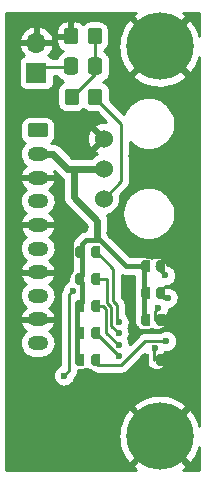
<source format=gbl>
G04 #@! TF.GenerationSoftware,KiCad,Pcbnew,(6.0.1)*
G04 #@! TF.CreationDate,2022-07-05T00:42:15-07:00*
G04 #@! TF.ProjectId,mu100-dit,6d753130-302d-4646-9974-2e6b69636164,rev?*
G04 #@! TF.SameCoordinates,PX4a25ef0PY4c3f880*
G04 #@! TF.FileFunction,Copper,L2,Bot*
G04 #@! TF.FilePolarity,Positive*
%FSLAX46Y46*%
G04 Gerber Fmt 4.6, Leading zero omitted, Abs format (unit mm)*
G04 Created by KiCad (PCBNEW (6.0.1)) date 2022-07-05 00:42:15*
%MOMM*%
%LPD*%
G01*
G04 APERTURE LIST*
G04 Aperture macros list*
%AMRoundRect*
4,1,4,2,3,4,5,6,7,8,9,2,3,0*
1,1,$1,$2,$3*
1,1,$1,$2,$3*
1,1,$1,$2,$3*
1,1,$1,$2,$3*
20,1,$1,$2,$3,$4,$5,0*
20,1,$1,$2,$3,$4,$5,0*
20,1,$1,$2,$3,$4,$5,0*
20,1,$1,$2,$3,$4,$5,0*%
%AMFreePoly0*
4,1,13,0.5,-0.5,0,-0.5,-0.095671,-0.48097,-0.176777,-0.426777,-0.23097,-0.345671,-0.25,-0.25,-0.25,0.25,-0.23097,0.345671,-0.176777,0.426777,-0.095671,0.48097,0,0.5,0.5,0.5,0.5,-0.5,0.5,-0.5,0*%
G04 Aperture macros list end*
G04 #@! TA.AperFunction,ComponentPad*
%AMCOMP81*
4,1,3,
-0.625,0.35,
-0.625,-0.35,
0.625,-0.35,
0.625,0.35,
0*
4,1,19,
-0.625,0.6,
-0.54774575140626314,0.58776412907378839,
-0.47805368692688172,0.55225424859373684,
-0.42274575140626314,0.49694631307311826,
-0.38723587092621159,0.42725424859373684,
-0.375,0.35,
-0.38723587092621159,0.27274575140626311,
-0.42274575140626314,0.20305368692688172,
-0.47805368692688166,0.14774575140626314,
-0.54774575140626314,0.1122358709262116,
-0.625,0.099999999999999978,
-0.702254248593737,0.1122358709262116,
-0.77194631307311823,0.14774575140626309,
-0.82725424859373686,0.20305368692688167,
-0.86276412907378841,0.27274575140626311,
-0.875,0.34999999999999992,
-0.86276412907378841,0.42725424859373679,
-0.82725424859373686,0.49694631307311821,
-0.77194631307311834,0.55225424859373684,
-0.70225424859373686,0.58776412907378839,
0*
4,1,19,
-0.625,-0.099999999999999978,
-0.54774575140626314,-0.1122358709262116,
-0.47805368692688172,-0.14774575140626311,
-0.42274575140626314,-0.20305368692688169,
-0.38723587092621159,-0.27274575140626311,
-0.375,-0.35,
-0.38723587092621159,-0.42725424859373684,
-0.42274575140626314,-0.49694631307311821,
-0.47805368692688166,-0.55225424859373684,
-0.54774575140626314,-0.58776412907378839,
-0.625,-0.6,
-0.702254248593737,-0.58776412907378839,
-0.77194631307311823,-0.55225424859373684,
-0.82725424859373686,-0.49694631307311832,
-0.86276412907378841,-0.42725424859373684,
-0.875,-0.35000000000000003,
-0.86276412907378841,-0.27274575140626317,
-0.82725424859373686,-0.20305368692688175,
-0.77194631307311834,-0.14774575140626314,
-0.70225424859373686,-0.1122358709262116,
0*
4,1,19,
0.625,-0.099999999999999978,
0.70225424859373686,-0.1122358709262116,
0.77194631307311834,-0.14774575140626311,
0.82725424859373686,-0.20305368692688169,
0.86276412907378841,-0.27274575140626311,
0.875,-0.35,
0.86276412907378841,-0.42725424859373684,
0.82725424859373686,-0.49694631307311821,
0.77194631307311834,-0.55225424859373684,
0.70225424859373686,-0.58776412907378839,
0.625,-0.6,
0.547745751406263,-0.58776412907378839,
0.47805368692688177,-0.55225424859373684,
0.42274575140626314,-0.49694631307311832,
0.38723587092621159,-0.42725424859373684,
0.375,-0.35000000000000003,
0.38723587092621159,-0.27274575140626317,
0.42274575140626314,-0.20305368692688175,
0.47805368692688166,-0.14774575140626314,
0.54774575140626314,-0.1122358709262116,
0*
4,1,19,
0.625,0.6,
0.70225424859373686,0.58776412907378839,
0.77194631307311834,0.55225424859373684,
0.82725424859373686,0.49694631307311826,
0.86276412907378841,0.42725424859373684,
0.875,0.35,
0.86276412907378841,0.27274575140626311,
0.82725424859373686,0.20305368692688172,
0.77194631307311834,0.14774575140626314,
0.70225424859373686,0.1122358709262116,
0.625,0.099999999999999978,
0.547745751406263,0.1122358709262116,
0.47805368692688177,0.14774575140626309,
0.42274575140626314,0.20305368692688167,
0.38723587092621159,0.27274575140626311,
0.375,0.34999999999999992,
0.38723587092621159,0.42725424859373679,
0.42274575140626314,0.49694631307311821,
0.47805368692688166,0.55225424859373684,
0.54774575140626314,0.58776412907378839,
0*
4,1,3,
-0.875,0.35,
-0.375,0.35,
-0.375,-0.35,
-0.875,-0.35,
0*
4,1,3,
-0.625,-0.6,
-0.625,-0.099999999999999978,
0.625,-0.099999999999999978,
0.625,-0.6,
0*
4,1,3,
0.875,-0.35,
0.375,-0.35,
0.375,0.35,
0.875,0.35,
0*
4,1,3,
0.625,0.6,
0.625,0.099999999999999978,
-0.625,0.099999999999999978,
-0.625,0.6,
0*%
%ADD10COMP81,0.25X-0.625X0.35X-0.625X-0.35X0.625X-0.35X0.625X0.35X0*%
G04 #@! TD*
G04 #@! TA.AperFunction,ComponentPad*
%ADD11O,1.75X1.2*%
G04 #@! TD*
G04 #@! TA.AperFunction,ConnectorPad*
%ADD12C,5.7*%
G04 #@! TD*
G04 #@! TA.AperFunction,ComponentPad*
%ADD13C,3.6*%
G04 #@! TD*
G04 #@! TA.AperFunction,ComponentPad*
%ADD14C,1.524*%
G04 #@! TD*
G04 #@! TA.AperFunction,ComponentPad*
%ADD15R,1.7X1.7*%
G04 #@! TD*
G04 #@! TA.AperFunction,ComponentPad*
%ADD16O,1.7X1.7*%
G04 #@! TD*
G04 #@! TA.AperFunction,SMDPad,CuDef*
%AMCOMP82*
4,1,12,
0.5,-0.5,
0,-0.5,
-0.095671,-0.48097,
-0.176777,-0.426777,
-0.23097,-0.345671,
-0.25,-0.25,
-0.25,0.25,
-0.23097,0.345671,
-0.176777,0.426777,
-0.095671,0.48097,
0,0.5,
0.5,0.5,
0.5,-0.5,
0*%
%ADD17COMP82,0*%
G04 #@! TD*
G04 #@! TA.AperFunction,SMDPad,CuDef*
%AMCOMP83*
4,1,12,
0.5,-0.5,
0,-0.5,
-0.095671,-0.48097,
-0.176777,-0.426777,
-0.23097,-0.345671,
-0.25,-0.25,
-0.25,0.25,
-0.23097,0.345671,
-0.176777,0.426777,
-0.095671,0.48097,
0,0.5,
0.5,0.5,
0.5,-0.5,
0*%
%ADD18COMP83,180*%
G04 #@! TD*
G04 #@! TA.AperFunction,SMDPad,CuDef*
%AMCOMP84*
4,1,3,
0.35,0.45,
-0.35,0.45,
-0.35,-0.45,
0.35,-0.45,
0*
4,1,19,
0.35,0.7,
0.42725424859373684,0.68776412907378837,
0.49694631307311826,0.65225424859373682,
0.55225424859373684,0.5969463130731183,
0.58776412907378839,0.52725424859373682,
0.6,0.45,
0.58776412907378839,0.3727457514062632,
0.55225424859373684,0.30305368692688173,
0.49694631307311832,0.24774575140626318,
0.42725424859373684,0.21223587092621163,
0.35000000000000003,0.2,
0.27274575140626306,0.21223587092621163,
0.20305368692688172,0.24774575140626312,
0.14774575140626314,0.30305368692688173,
0.1122358709262116,0.37274575140626309,
0.099999999999999978,0.44999999999999996,
0.11223587092621157,0.52725424859373682,
0.14774575140626309,0.5969463130731183,
0.20305368692688164,0.65225424859373682,
0.27274575140626306,0.68776412907378837,
0*
4,1,19,
-0.35,0.7,
-0.27274575140626311,0.68776412907378837,
-0.20305368692688169,0.65225424859373682,
-0.14774575140626311,0.5969463130731183,
-0.1122358709262116,0.52725424859373682,
-0.099999999999999978,0.45,
-0.11223587092621157,0.3727457514062632,
-0.14774575140626311,0.30305368692688173,
-0.20305368692688167,0.24774575140626318,
-0.27274575140626311,0.21223587092621163,
-0.34999999999999992,0.2,
-0.4272542485937369,0.21223587092621163,
-0.49694631307311821,0.24774575140626312,
-0.55225424859373684,0.30305368692688173,
-0.58776412907378839,0.37274575140626309,
-0.6,0.44999999999999996,
-0.58776412907378839,0.52725424859373682,
-0.55225424859373684,0.5969463130731183,
-0.49694631307311832,0.65225424859373682,
-0.4272542485937369,0.68776412907378837,
0*
4,1,19,
-0.35,-0.2,
-0.27274575140626311,-0.21223587092621163,
-0.20305368692688169,-0.24774575140626315,
-0.14774575140626311,-0.30305368692688173,
-0.1122358709262116,-0.37274575140626315,
-0.099999999999999978,-0.45,
-0.11223587092621157,-0.52725424859373682,
-0.14774575140626311,-0.5969463130731183,
-0.20305368692688167,-0.65225424859373682,
-0.27274575140626311,-0.68776412907378837,
-0.34999999999999992,-0.7,
-0.4272542485937369,-0.68776412907378837,
-0.49694631307311821,-0.65225424859373693,
-0.55225424859373684,-0.5969463130731183,
-0.58776412907378839,-0.52725424859373693,
-0.6,-0.45000000000000007,
-0.58776412907378839,-0.3727457514062632,
-0.55225424859373684,-0.30305368692688178,
-0.49694631307311832,-0.24774575140626318,
-0.4272542485937369,-0.21223587092621163,
0*
4,1,19,
0.35,-0.2,
0.42725424859373684,-0.21223587092621163,
0.49694631307311826,-0.24774575140626315,
0.55225424859373684,-0.30305368692688173,
0.58776412907378839,-0.37274575140626315,
0.6,-0.45,
0.58776412907378839,-0.52725424859373682,
0.55225424859373684,-0.5969463130731183,
0.49694631307311832,-0.65225424859373682,
0.42725424859373684,-0.68776412907378837,
0.35000000000000003,-0.7,
0.27274575140626306,-0.68776412907378837,
0.20305368692688172,-0.65225424859373693,
0.14774575140626314,-0.5969463130731183,
0.1122358709262116,-0.52725424859373693,
0.099999999999999978,-0.45000000000000007,
0.11223587092621157,-0.3727457514062632,
0.14774575140626309,-0.30305368692688178,
0.20305368692688164,-0.24774575140626318,
0.27274575140626306,-0.21223587092621163,
0*
4,1,3,
0.35,0.7,
0.35,0.2,
-0.35,0.2,
-0.35,0.7,
0*
4,1,3,
-0.6,0.45,
-0.099999999999999978,0.45,
-0.099999999999999978,-0.45,
-0.6,-0.45,
0*
4,1,3,
-0.35,-0.7,
-0.35,-0.2,
0.35,-0.2,
0.35,-0.7,
0*
4,1,3,
0.6,-0.45,
0.099999999999999978,-0.45,
0.099999999999999978,0.45,
0.6,0.45,
0*%
%ADD19COMP84,0.25X0.35X0.45X-0.35X0.45X-0.35X-0.45X0.35X-0.45X0*%
G04 #@! TD*
G04 #@! TA.AperFunction,SMDPad,CuDef*
%AMCOMP85*
4,1,3,
-0.35,-0.45,
0.35,-0.45,
0.35,0.45,
-0.35,0.45,
0*
4,1,19,
-0.35,-0.2,
-0.27274575140626311,-0.21223587092621163,
-0.20305368692688169,-0.24774575140626315,
-0.14774575140626311,-0.30305368692688173,
-0.1122358709262116,-0.37274575140626315,
-0.099999999999999978,-0.45,
-0.11223587092621157,-0.52725424859373682,
-0.14774575140626311,-0.5969463130731183,
-0.20305368692688167,-0.65225424859373682,
-0.27274575140626311,-0.68776412907378837,
-0.34999999999999992,-0.7,
-0.4272542485937369,-0.68776412907378837,
-0.49694631307311821,-0.65225424859373693,
-0.55225424859373684,-0.5969463130731183,
-0.58776412907378839,-0.52725424859373693,
-0.6,-0.45000000000000007,
-0.58776412907378839,-0.3727457514062632,
-0.55225424859373684,-0.30305368692688178,
-0.49694631307311832,-0.24774575140626318,
-0.4272542485937369,-0.21223587092621163,
0*
4,1,19,
0.35,-0.2,
0.42725424859373684,-0.21223587092621163,
0.49694631307311826,-0.24774575140626315,
0.55225424859373684,-0.30305368692688173,
0.58776412907378839,-0.37274575140626315,
0.6,-0.45,
0.58776412907378839,-0.52725424859373682,
0.55225424859373684,-0.5969463130731183,
0.49694631307311832,-0.65225424859373682,
0.42725424859373684,-0.68776412907378837,
0.35000000000000003,-0.7,
0.27274575140626306,-0.68776412907378837,
0.20305368692688172,-0.65225424859373693,
0.14774575140626314,-0.5969463130731183,
0.1122358709262116,-0.52725424859373693,
0.099999999999999978,-0.45000000000000007,
0.11223587092621157,-0.3727457514062632,
0.14774575140626309,-0.30305368692688178,
0.20305368692688164,-0.24774575140626318,
0.27274575140626306,-0.21223587092621163,
0*
4,1,19,
0.35,0.7,
0.42725424859373684,0.68776412907378837,
0.49694631307311826,0.65225424859373682,
0.55225424859373684,0.5969463130731183,
0.58776412907378839,0.52725424859373682,
0.6,0.45,
0.58776412907378839,0.3727457514062632,
0.55225424859373684,0.30305368692688173,
0.49694631307311832,0.24774575140626318,
0.42725424859373684,0.21223587092621163,
0.35000000000000003,0.2,
0.27274575140626306,0.21223587092621163,
0.20305368692688172,0.24774575140626312,
0.14774575140626314,0.30305368692688173,
0.1122358709262116,0.37274575140626309,
0.099999999999999978,0.44999999999999996,
0.11223587092621157,0.52725424859373682,
0.14774575140626309,0.5969463130731183,
0.20305368692688164,0.65225424859373682,
0.27274575140626306,0.68776412907378837,
0*
4,1,19,
-0.35,0.7,
-0.27274575140626311,0.68776412907378837,
-0.20305368692688169,0.65225424859373682,
-0.14774575140626311,0.5969463130731183,
-0.1122358709262116,0.52725424859373682,
-0.099999999999999978,0.45,
-0.11223587092621157,0.3727457514062632,
-0.14774575140626311,0.30305368692688173,
-0.20305368692688167,0.24774575140626318,
-0.27274575140626311,0.21223587092621163,
-0.34999999999999992,0.2,
-0.4272542485937369,0.21223587092621163,
-0.49694631307311821,0.24774575140626312,
-0.55225424859373684,0.30305368692688173,
-0.58776412907378839,0.37274575140626309,
-0.6,0.44999999999999996,
-0.58776412907378839,0.52725424859373682,
-0.55225424859373684,0.5969463130731183,
-0.49694631307311832,0.65225424859373682,
-0.4272542485937369,0.68776412907378837,
0*
4,1,3,
-0.35,-0.7,
-0.35,-0.2,
0.35,-0.2,
0.35,-0.7,
0*
4,1,3,
0.6,-0.45,
0.099999999999999978,-0.45,
0.099999999999999978,0.45,
0.6,0.45,
0*
4,1,3,
0.35,0.7,
0.35,0.2,
-0.35,0.2,
-0.35,0.7,
0*
4,1,3,
-0.6,0.45,
-0.099999999999999978,0.45,
-0.099999999999999978,-0.45,
-0.6,-0.45,
0*%
%ADD20COMP85,0.25X-0.35X-0.45X0.35X-0.45X0.35X0.45X-0.35X0.45X0*%
G04 #@! TD*
G04 #@! TA.AperFunction,SMDPad,CuDef*
%AMCOMP86*
4,1,3,
0.3375,0.475,
-0.3375,0.475,
-0.3375,-0.475,
0.3375,-0.475,
0*
4,1,19,
0.3375,0.725,
0.41475424859373689,0.71276412907378839,
0.48444631307311831,0.67725424859373684,
0.53975424859373689,0.62194631307311821,
0.57526412907378843,0.55225424859373684,
0.5875,0.475,
0.57526412907378843,0.39774575140626311,
0.53975424859373689,0.32805368692688175,
0.48444631307311836,0.27274575140626311,
0.41475424859373689,0.2372358709262116,
0.33750000000000008,0.22499999999999998,
0.2602457514062631,0.2372358709262116,
0.19055368692688177,0.27274575140626311,
0.13524575140626319,0.32805368692688164,
0.099735870926211639,0.39774575140626311,
0.087500000000000022,0.47499999999999992,
0.099735870926211612,0.55225424859373673,
0.13524575140626313,0.62194631307311821,
0.19055368692688168,0.67725424859373684,
0.2602457514062631,0.71276412907378839,
0*
4,1,19,
-0.3375,0.725,
-0.26024575140626316,0.71276412907378839,
-0.19055368692688174,0.67725424859373684,
-0.13524575140626316,0.62194631307311821,
-0.099735870926211639,0.55225424859373684,
-0.087500000000000022,0.475,
-0.099735870926211612,0.39774575140626311,
-0.13524575140626316,0.32805368692688175,
-0.19055368692688171,0.27274575140626311,
-0.26024575140626316,0.2372358709262116,
-0.33749999999999997,0.22499999999999998,
-0.41475424859373694,0.2372358709262116,
-0.48444631307311825,0.27274575140626311,
-0.53975424859373689,0.32805368692688164,
-0.57526412907378843,0.39774575140626311,
-0.5875,0.47499999999999992,
-0.57526412907378843,0.55225424859373673,
-0.53975424859373689,0.62194631307311821,
-0.48444631307311836,0.67725424859373684,
-0.41475424859373694,0.71276412907378839,
0*
4,1,19,
-0.3375,-0.22499999999999998,
-0.26024575140626316,-0.2372358709262116,
-0.19055368692688174,-0.27274575140626311,
-0.13524575140626316,-0.32805368692688169,
-0.099735870926211639,-0.39774575140626311,
-0.087500000000000022,-0.475,
-0.099735870926211612,-0.55225424859373684,
-0.13524575140626316,-0.62194631307311821,
-0.19055368692688171,-0.67725424859373684,
-0.26024575140626316,-0.71276412907378839,
-0.33749999999999997,-0.725,
-0.41475424859373694,-0.71276412907378839,
-0.48444631307311825,-0.67725424859373684,
-0.53975424859373689,-0.62194631307311832,
-0.57526412907378843,-0.55225424859373684,
-0.5875,-0.47500000000000003,
-0.57526412907378843,-0.39774575140626317,
-0.53975424859373689,-0.32805368692688175,
-0.48444631307311836,-0.27274575140626311,
-0.41475424859373694,-0.2372358709262116,
0*
4,1,19,
0.3375,-0.22499999999999998,
0.41475424859373689,-0.2372358709262116,
0.48444631307311831,-0.27274575140626311,
0.53975424859373689,-0.32805368692688169,
0.57526412907378843,-0.39774575140626311,
0.5875,-0.475,
0.57526412907378843,-0.55225424859373684,
0.53975424859373689,-0.62194631307311821,
0.48444631307311836,-0.67725424859373684,
0.41475424859373689,-0.71276412907378839,
0.33750000000000008,-0.725,
0.2602457514062631,-0.71276412907378839,
0.19055368692688177,-0.67725424859373684,
0.13524575140626319,-0.62194631307311832,
0.099735870926211639,-0.55225424859373684,
0.087500000000000022,-0.47500000000000003,
0.099735870926211612,-0.39774575140626317,
0.13524575140626313,-0.32805368692688175,
0.19055368692688168,-0.27274575140626311,
0.2602457514062631,-0.2372358709262116,
0*
4,1,3,
0.3375,0.725,
0.3375,0.22499999999999998,
-0.3375,0.22499999999999998,
-0.3375,0.725,
0*
4,1,3,
-0.5875,0.475,
-0.087500000000000022,0.475,
-0.087500000000000022,-0.475,
-0.5875,-0.475,
0*
4,1,3,
-0.3375,-0.725,
-0.3375,-0.22499999999999998,
0.3375,-0.22499999999999998,
0.3375,-0.725,
0*
4,1,3,
0.5875,-0.475,
0.087500000000000022,-0.475,
0.087500000000000022,0.475,
0.5875,0.475,
0*%
%ADD21COMP86,0.25X0.3375X0.475X-0.3375X0.475X-0.3375X-0.475X0.3375X-0.475X0*%
G04 #@! TD*
G04 #@! TA.AperFunction,ViaPad*
%ADD22C,0.8*%
G04 #@! TD*
G04 #@! TA.AperFunction,ViaPad*
%ADD23C,0.6*%
G04 #@! TD*
G04 #@! TA.AperFunction,Conductor*
%ADD24C,0.25*%
G04 #@! TD*
G04 #@! TA.AperFunction,Conductor*
%ADD25C,0.6*%
G04 #@! TD*
G04 #@! TA.AperFunction,Conductor*
%ADD26C,0.4*%
G04 #@! TD*
G04 #@! TA.AperFunction,Conductor*
%ADD27C,0.254*%
G04 #@! TD*
G04 APERTURE END LIST*
D10*
X0039000000Y0040000000D02*
X0042280000Y0029380000D03*
D11*
X0042280000Y0027380000D03*
X0042280000Y0025380000D03*
X0042280000Y0023380000D03*
X0042280000Y0021380000D03*
X0042280000Y0019380000D03*
X0042280000Y0017380000D03*
X0042280000Y0015379999D03*
X0042280000Y0013379999D03*
X0042280000Y0011379999D03*
D12*
X0052600000Y0036500000D03*
D13*
X0052600000Y0036500000D03*
D14*
X0047870000Y0028689999D03*
X0047870000Y0026150000D03*
X0047870000Y0023610000D03*
D12*
X0052600000Y0003500000D03*
D13*
X0052600000Y0003500000D03*
D15*
X0042160000Y0034277000D03*
D16*
X0042160000Y0036817000D03*
D17*
X0045710000Y0014510000D03*
D18*
X0047010000Y0014510000D03*
D19*
X0047150000Y0032241999D03*
X0045150000Y0032241999D03*
D17*
X0045710000Y0009920000D03*
D18*
X0047010000Y0009920000D03*
D17*
X0045710000Y0016805000D03*
D18*
X0047010000Y0016805000D03*
D17*
X0051280000Y0017885000D03*
D18*
X0052580000Y0017885000D03*
D17*
X0045710000Y0019130000D03*
D18*
X0047010000Y0019130000D03*
D17*
X0051280000Y0015590000D03*
D18*
X0052580000Y0015590000D03*
D17*
X0051230000Y0009920000D03*
D18*
X0052530000Y0009920000D03*
D20*
X0045100000Y0037362000D03*
X0047100000Y0037362000D03*
D21*
X0047167500Y0034802000D03*
X0045092500Y0034802000D03*
D17*
X0051280000Y0013295000D03*
D18*
X0052580000Y0013295000D03*
D17*
X0045710000Y0012215000D03*
D18*
X0047010000Y0012215000D03*
D22*
X0048450000Y0020670000D03*
X0044100000Y0025070000D03*
X0045310000Y0027410000D03*
X0048910000Y0032030000D03*
X0050320000Y0024600000D03*
X0046220000Y0021200000D03*
X0050380000Y0027250000D03*
X0047250000Y0030320000D03*
D23*
X0044510000Y0008629999D03*
X0045266400Y0015814800D03*
X0049139978Y0013122399D03*
X0049127200Y0012207999D03*
X0049135439Y0011200239D03*
X0049127200Y0010277600D03*
X0052480000Y0014367000D03*
X0053287242Y0015213073D03*
X0053089600Y0017110200D03*
X0052175200Y0010948500D03*
X0053165800Y0011573000D03*
D24*
X0047100000Y0034192000D02*
X0047100000Y0037362000D01*
X0045150000Y0032241999D02*
X0047100000Y0034192000D01*
X0048040000Y0028689999D02*
X0047870000Y0028689999D01*
D25*
X0045340000Y0025720000D02*
X0045340000Y0023745000D01*
X0045340000Y0023745000D02*
X0047330000Y0021755000D01*
D26*
X0046019999Y0017115000D02*
X0046019999Y0019734296D01*
D25*
X0044780000Y0026150000D02*
X0047870000Y0026150000D01*
D26*
X0046019999Y0014820000D02*
X0046019999Y0016495000D01*
X0045710000Y0016805000D02*
X0046019999Y0017115000D01*
D25*
X0042280000Y0027380000D02*
X0043550000Y0027380000D01*
D26*
X0046375704Y0020090000D02*
X0047540000Y0020090000D01*
X0045710000Y0014510000D02*
X0046019999Y0014820000D01*
X0047540000Y0020090000D02*
X0049735000Y0017895000D01*
X0049735000Y0017895000D02*
X0051280000Y0017895000D01*
X0045692500Y0009930000D02*
X0045610000Y0010012500D01*
X0046019999Y0016495000D02*
X0045710000Y0016805000D01*
X0045610000Y0009920000D02*
X0045630000Y0009899999D01*
X0046019999Y0019734296D02*
X0046375704Y0020090000D01*
D25*
X0043550000Y0027380000D02*
X0044780000Y0026150000D01*
D26*
X0045610000Y0010012500D02*
X0045610000Y0014510000D01*
X0051280000Y0017895000D02*
X0051280000Y0013295000D01*
D25*
X0047330000Y0021750000D02*
X0047330000Y0020210000D01*
D24*
X0044950000Y0009070000D02*
X0044510000Y0008629999D01*
X0044950000Y0015498400D02*
X0044950000Y0009070000D01*
X0045266400Y0015814800D02*
X0044950000Y0015498400D01*
X0048690000Y0014911435D02*
X0048690000Y0017627500D01*
X0048964998Y0013297380D02*
X0048964998Y0014636437D01*
X0048964998Y0014636437D02*
X0048690000Y0014911435D01*
X0048690000Y0017627500D02*
X0047177500Y0019140000D01*
X0049139978Y0013122399D02*
X0048964998Y0013297380D01*
X0048115000Y0016815000D02*
X0047147500Y0016815000D01*
X0048170480Y0016759519D02*
X0048115000Y0016815000D01*
X0048170480Y0014795238D02*
X0048170480Y0016759519D01*
X0049127200Y0012207999D02*
X0048515478Y0012819721D01*
X0048515478Y0014450239D02*
X0048170480Y0014795238D01*
X0048515478Y0012819721D02*
X0048515478Y0014450239D01*
X0047810000Y0014520000D02*
X0047257500Y0014520000D01*
X0048065958Y0012269720D02*
X0048065958Y0014264042D01*
X0049135439Y0011200239D02*
X0048065958Y0012269720D01*
X0048065958Y0014264042D02*
X0047810000Y0014520000D01*
X0049127200Y0010325299D02*
X0047227500Y0012225000D01*
X0049127200Y0010277600D02*
X0049127200Y0010325299D01*
X0049340000Y0025080000D02*
X0049340000Y0029910000D01*
X0049340000Y0029910000D02*
X0046960000Y0032290000D01*
X0047870000Y0023610000D02*
X0049340000Y0025080000D01*
X0052480000Y0014367000D02*
X0052197500Y0014084499D01*
X0052197500Y0014084499D02*
X0052197500Y0013305000D01*
X0053287242Y0015213073D02*
X0052956927Y0015213073D01*
X0052956927Y0015213073D02*
X0052570000Y0015600000D01*
X0053089600Y0017140400D02*
X0052335000Y0017895000D01*
X0053089600Y0017110200D02*
X0053089600Y0017140400D01*
X0052175200Y0010948500D02*
X0052147500Y0010920800D01*
X0052147500Y0010920800D02*
X0052147500Y0009930000D01*
X0049355800Y0009541000D02*
X0047388999Y0009541000D01*
X0047388999Y0009541000D02*
X0047010000Y0009920000D01*
X0051387800Y0011573000D02*
X0049355800Y0009541000D01*
X0053165800Y0011573000D02*
X0051387800Y0011573000D01*
X0044562500Y0034790000D02*
X0042673000Y0034790000D01*
X0042673000Y0034790000D02*
X0042148000Y0034265000D01*
D27*
X0050353366Y0039169089D02*
X0050342956Y0039160293D01*
X0050323004Y0039141491D01*
X0050287146Y0039080215D01*
X0050290108Y0039009281D01*
X0050320323Y0038960697D01*
X0052510905Y0036770115D01*
X0052573217Y0036736089D01*
X0052644031Y0036741154D01*
X0052689095Y0036770115D01*
X0054880072Y0038961093D01*
X0054914099Y0039023405D01*
X0054909034Y0039094220D01*
X0054877713Y0039141583D01*
X0054866318Y0039152397D01*
X0054855937Y0039161232D01*
X0054587140Y0039366000D01*
X0055966000Y0039366000D01*
X0055966000Y0037399684D01*
X0055908698Y0037606310D01*
X0055904352Y0037619226D01*
X0055769864Y0037957177D01*
X0055764148Y0037969548D01*
X0055593948Y0038290997D01*
X0055586931Y0038302678D01*
X0055383012Y0038603866D01*
X0055374772Y0038614721D01*
X0055243419Y0038769608D01*
X0055184105Y0038808625D01*
X0055113112Y0038809380D01*
X0055058228Y0038777208D01*
X0052870115Y0036589095D01*
X0052836089Y0036526783D01*
X0052841154Y0036455968D01*
X0052870115Y0036410905D01*
X0055058180Y0034222840D01*
X0055120492Y0034188814D01*
X0055191306Y0034193879D01*
X0055242800Y0034229770D01*
X0055359941Y0034365958D01*
X0055368256Y0034376756D01*
X0055574273Y0034676513D01*
X0055581373Y0034688145D01*
X0055753812Y0035008398D01*
X0055759615Y0035020729D01*
X0055896457Y0035357732D01*
X0055900894Y0035370617D01*
X0055966000Y0035599174D01*
X0055966000Y0004399684D01*
X0055908698Y0004606310D01*
X0055904352Y0004619225D01*
X0055769864Y0004957177D01*
X0055764148Y0004969548D01*
X0055593948Y0005290996D01*
X0055586931Y0005302678D01*
X0055383012Y0005603865D01*
X0055374772Y0005614721D01*
X0055243419Y0005769607D01*
X0055184105Y0005808624D01*
X0055113112Y0005809379D01*
X0055058228Y0005777208D01*
X0052870115Y0003589095D01*
X0052836089Y0003526783D01*
X0052841154Y0003455967D01*
X0052870115Y0003410904D01*
X0055058180Y0001222839D01*
X0055120492Y0001188814D01*
X0055191306Y0001193879D01*
X0055242800Y0001229770D01*
X0055359941Y0001365957D01*
X0055368256Y0001376756D01*
X0055574273Y0001676513D01*
X0055581373Y0001688144D01*
X0055753812Y0002008397D01*
X0055759615Y0002020729D01*
X0055896457Y0002357731D01*
X0055900894Y0002370617D01*
X0055966000Y0002599173D01*
X0055966000Y0000634000D01*
X0054585466Y0000634000D01*
X0054837304Y0000823084D01*
X0054847744Y0000831845D01*
X0054876308Y0000858575D01*
X0054912380Y0000919724D01*
X0054909665Y0000990670D01*
X0054879310Y0001039670D01*
X0052689095Y0003229885D01*
X0052626783Y0003263911D01*
X0052555968Y0003258845D01*
X0052510905Y0003229885D01*
X0050319502Y0001038482D01*
X0050285476Y0000976170D01*
X0050290541Y0000905355D01*
X0050321555Y0000858283D01*
X0050324449Y0000855519D01*
X0050334787Y0000846660D01*
X0050611930Y0000634000D01*
X0039634000Y0000634000D01*
X0039634000Y0003505364D01*
X0049111249Y0003505364D01*
X0049129651Y0003142102D01*
X0049131076Y0003128549D01*
X0049188603Y0002769401D01*
X0049191483Y0002756081D01*
X0049287459Y0002405245D01*
X0049291761Y0002392315D01*
X0049425067Y0002053896D01*
X0049430741Y0002041505D01*
X0049599816Y0001719464D01*
X0049606794Y0001707759D01*
X0049809661Y0001405861D01*
X0049817863Y0001394976D01*
X0049956231Y0001230660D01*
X0050015410Y0001191437D01*
X0050086399Y0001190435D01*
X0050141706Y0001222726D01*
X0052329885Y0003410904D01*
X0052363911Y0003473216D01*
X0052358846Y0003544032D01*
X0052329885Y0003589095D01*
X0050141810Y0005777169D01*
X0050079498Y0005811196D01*
X0050008683Y0005806131D01*
X0049956903Y0005769905D01*
X0049832626Y0005624394D01*
X0049824350Y0005613568D01*
X0049619380Y0005313094D01*
X0049612320Y0005301437D01*
X0049441001Y0004980583D01*
X0049435242Y0004968232D01*
X0049299576Y0004630755D01*
X0049295184Y0004617854D01*
X0049196759Y0004267696D01*
X0049193786Y0004254396D01*
X0049133753Y0003895657D01*
X0049132235Y0003882114D01*
X0049111297Y0003518991D01*
X0049111249Y0003505364D01*
X0039634000Y0003505364D01*
X0039634000Y0006080215D01*
X0050287146Y0006080215D01*
X0050290108Y0006009281D01*
X0050320323Y0005960697D01*
X0052510905Y0003770114D01*
X0052573217Y0003736089D01*
X0052644031Y0003741154D01*
X0052689095Y0003770114D01*
X0054880072Y0005961092D01*
X0054914099Y0006023404D01*
X0054909034Y0006094220D01*
X0054877713Y0006141582D01*
X0054866318Y0006152397D01*
X0054855937Y0006161231D01*
X0054566602Y0006381646D01*
X0054555331Y0006389305D01*
X0054243884Y0006577182D01*
X0054231852Y0006583581D01*
X0053901936Y0006736722D01*
X0053889282Y0006741784D01*
X0053544756Y0006858398D01*
X0053531630Y0006862062D01*
X0053176525Y0006940787D01*
X0053163080Y0006943013D01*
X0052801550Y0006982926D01*
X0052787943Y0006983688D01*
X0052424217Y0006984323D01*
X0052410609Y0006983609D01*
X0052048941Y0006944958D01*
X0052035488Y0006942779D01*
X0051680111Y0006865295D01*
X0051666973Y0006861676D01*
X0051322041Y0006746263D01*
X0051309371Y0006741247D01*
X0050978922Y0006589258D01*
X0050966867Y0006582901D01*
X0050654766Y0006396113D01*
X0050643468Y0006388491D01*
X0050353366Y0006169089D01*
X0050342956Y0006160293D01*
X0050323004Y0006141491D01*
X0050287146Y0006080215D01*
X0039634000Y0006080215D01*
X0039634000Y0011428570D01*
X0040766922Y0011428570D01*
X0040776702Y0011217275D01*
X0040780074Y0011193580D01*
X0040829632Y0010987945D01*
X0040837424Y0010965315D01*
X0040924973Y0010772762D01*
X0040936904Y0010752013D01*
X0041059284Y0010579488D01*
X0041074923Y0010561371D01*
X0041227719Y0010415101D01*
X0041246502Y0010400267D01*
X0041424200Y0010285528D01*
X0041445450Y0010274514D01*
X0041641639Y0010195447D01*
X0041664587Y0010188650D01*
X0041872187Y0010148108D01*
X0041890183Y0010145921D01*
X0041895745Y0010145650D01*
X0041901899Y0010145499D01*
X0042607846Y0010145499D01*
X0042619813Y0010146070D01*
X0042777533Y0010161117D01*
X0042801035Y0010165643D01*
X0043004003Y0010225186D01*
X0043026226Y0010234076D01*
X0043214272Y0010330926D01*
X0043234413Y0010343855D01*
X0043400753Y0010474518D01*
X0043418085Y0010491024D01*
X0043556717Y0010650783D01*
X0043570616Y0010670268D01*
X0043676536Y0010853359D01*
X0043686501Y0010875121D01*
X0043755888Y0011074938D01*
X0043761556Y0011098191D01*
X0043791909Y0011307524D01*
X0043793078Y0011331430D01*
X0043783298Y0011542725D01*
X0043779926Y0011566420D01*
X0043730368Y0011772055D01*
X0043722576Y0011794685D01*
X0043635027Y0011987238D01*
X0043623096Y0012007987D01*
X0043500716Y0012180511D01*
X0043485077Y0012198629D01*
X0043332281Y0012344899D01*
X0043313498Y0012359732D01*
X0043280742Y0012380883D01*
X0043400407Y0012474882D01*
X0043417739Y0012491387D01*
X0043556308Y0012651073D01*
X0043570207Y0012670559D01*
X0043676080Y0012853568D01*
X0043686044Y0012875330D01*
X0043755401Y0013075057D01*
X0043761070Y0013098315D01*
X0043762463Y0013107925D01*
X0043752440Y0013178210D01*
X0043706009Y0013231919D01*
X0043637766Y0013251999D01*
X0040926483Y0013251999D01*
X0040858362Y0013231998D01*
X0040811869Y0013178342D01*
X0040801765Y0013108068D01*
X0040803990Y0013096478D01*
X0040830107Y0012988109D01*
X0040837899Y0012965478D01*
X0040925408Y0012773012D01*
X0040937339Y0012752263D01*
X0041059664Y0012579816D01*
X0041075303Y0012561699D01*
X0041228030Y0012415495D01*
X0041246813Y0012400661D01*
X0041279230Y0012379729D01*
X0041159247Y0012285481D01*
X0041141915Y0012268975D01*
X0041003283Y0012109217D01*
X0040989384Y0012089732D01*
X0040883463Y0011906641D01*
X0040873499Y0011884879D01*
X0040804111Y0011685061D01*
X0040798443Y0011661809D01*
X0040768091Y0011452476D01*
X0040766922Y0011428570D01*
X0039634000Y0011428570D01*
X0039634000Y0015428570D01*
X0040766922Y0015428570D01*
X0040776702Y0015217275D01*
X0040780074Y0015193580D01*
X0040829632Y0014987945D01*
X0040837424Y0014965315D01*
X0040924973Y0014772762D01*
X0040936904Y0014752013D01*
X0041059284Y0014579488D01*
X0041074923Y0014561371D01*
X0041227719Y0014415101D01*
X0041246502Y0014400267D01*
X0041279258Y0014379116D01*
X0041159593Y0014285118D01*
X0041142261Y0014268612D01*
X0041003692Y0014108927D01*
X0040989793Y0014089441D01*
X0040883920Y0013906431D01*
X0040873956Y0013884670D01*
X0040804599Y0013684943D01*
X0040798930Y0013661684D01*
X0040797537Y0013652075D01*
X0040807560Y0013581790D01*
X0040853991Y0013528081D01*
X0040922234Y0013508000D01*
X0043633517Y0013508000D01*
X0043701638Y0013528002D01*
X0043748131Y0013581658D01*
X0043758235Y0013651931D01*
X0043756010Y0013663521D01*
X0043729893Y0013771891D01*
X0043722101Y0013794521D01*
X0043634592Y0013986988D01*
X0043622661Y0014007736D01*
X0043500336Y0014180183D01*
X0043484697Y0014198301D01*
X0043331970Y0014344505D01*
X0043313187Y0014359338D01*
X0043280770Y0014380270D01*
X0043400753Y0014474518D01*
X0043418085Y0014491024D01*
X0043556717Y0014650783D01*
X0043570616Y0014670268D01*
X0043676536Y0014853359D01*
X0043686501Y0014875121D01*
X0043755888Y0015074938D01*
X0043761556Y0015098191D01*
X0043791909Y0015307524D01*
X0043793078Y0015331430D01*
X0043783298Y0015542725D01*
X0043779926Y0015566420D01*
X0043730368Y0015772055D01*
X0043722576Y0015794685D01*
X0043635027Y0015987238D01*
X0043623096Y0016007987D01*
X0043500716Y0016180511D01*
X0043485077Y0016198629D01*
X0043332281Y0016344899D01*
X0043313498Y0016359732D01*
X0043280742Y0016380883D01*
X0043400407Y0016474882D01*
X0043417739Y0016491387D01*
X0043556308Y0016651073D01*
X0043570207Y0016670559D01*
X0043676080Y0016853568D01*
X0043686044Y0016875330D01*
X0043755401Y0017075057D01*
X0043761070Y0017098315D01*
X0043762463Y0017107925D01*
X0043752440Y0017178210D01*
X0043706009Y0017231919D01*
X0043637766Y0017252000D01*
X0040926483Y0017252000D01*
X0040858362Y0017231998D01*
X0040811869Y0017178342D01*
X0040801765Y0017108068D01*
X0040803990Y0017096479D01*
X0040830107Y0016988109D01*
X0040837899Y0016965479D01*
X0040925408Y0016773012D01*
X0040937339Y0016752263D01*
X0041059664Y0016579816D01*
X0041075303Y0016561699D01*
X0041228030Y0016415495D01*
X0041246813Y0016400661D01*
X0041279230Y0016379729D01*
X0041159247Y0016285481D01*
X0041141915Y0016268975D01*
X0041003283Y0016109217D01*
X0040989384Y0016089732D01*
X0040883463Y0015906641D01*
X0040873499Y0015884879D01*
X0040804111Y0015685061D01*
X0040798443Y0015661809D01*
X0040768091Y0015452476D01*
X0040766922Y0015428570D01*
X0039634000Y0015428570D01*
X0039634000Y0019428570D01*
X0040766922Y0019428570D01*
X0040776702Y0019217275D01*
X0040780074Y0019193580D01*
X0040829632Y0018987945D01*
X0040837424Y0018965315D01*
X0040924973Y0018772762D01*
X0040936904Y0018752013D01*
X0041059284Y0018579489D01*
X0041074923Y0018561371D01*
X0041227719Y0018415101D01*
X0041246502Y0018400267D01*
X0041279258Y0018379116D01*
X0041159593Y0018285118D01*
X0041142261Y0018268613D01*
X0041003692Y0018108927D01*
X0040989793Y0018089441D01*
X0040883920Y0017906432D01*
X0040873956Y0017884670D01*
X0040804599Y0017684943D01*
X0040798930Y0017661685D01*
X0040797537Y0017652075D01*
X0040807560Y0017581790D01*
X0040853991Y0017528081D01*
X0040922234Y0017508000D01*
X0043633517Y0017508000D01*
X0043701638Y0017528002D01*
X0043748131Y0017581658D01*
X0043758235Y0017651932D01*
X0043756010Y0017663521D01*
X0043729893Y0017771891D01*
X0043722101Y0017794521D01*
X0043634592Y0017986988D01*
X0043622661Y0018007737D01*
X0043500336Y0018180183D01*
X0043484697Y0018198301D01*
X0043331970Y0018344505D01*
X0043313187Y0018359339D01*
X0043280770Y0018380270D01*
X0043400753Y0018474518D01*
X0043418085Y0018491024D01*
X0043556717Y0018650783D01*
X0043570616Y0018670268D01*
X0043676536Y0018853359D01*
X0043686501Y0018875121D01*
X0043755888Y0019074938D01*
X0043761556Y0019098191D01*
X0043791909Y0019307524D01*
X0043793078Y0019331430D01*
X0043783298Y0019542725D01*
X0043779926Y0019566420D01*
X0043730368Y0019772055D01*
X0043722576Y0019794685D01*
X0043635027Y0019987238D01*
X0043623096Y0020007987D01*
X0043500716Y0020180511D01*
X0043485077Y0020198629D01*
X0043332281Y0020344899D01*
X0043313498Y0020359733D01*
X0043280742Y0020380884D01*
X0043400407Y0020474882D01*
X0043417739Y0020491387D01*
X0043556308Y0020651073D01*
X0043570207Y0020670559D01*
X0043676080Y0020853568D01*
X0043686044Y0020875330D01*
X0043755401Y0021075057D01*
X0043761070Y0021098315D01*
X0043762463Y0021107925D01*
X0043752440Y0021178210D01*
X0043706009Y0021231919D01*
X0043637766Y0021252000D01*
X0040926483Y0021252000D01*
X0040858362Y0021231998D01*
X0040811869Y0021178342D01*
X0040801765Y0021108068D01*
X0040803990Y0021096479D01*
X0040830107Y0020988109D01*
X0040837899Y0020965479D01*
X0040925408Y0020773012D01*
X0040937339Y0020752263D01*
X0041059664Y0020579817D01*
X0041075303Y0020561699D01*
X0041228030Y0020415495D01*
X0041246813Y0020400661D01*
X0041279230Y0020379730D01*
X0041159247Y0020285482D01*
X0041141915Y0020268976D01*
X0041003283Y0020109217D01*
X0040989384Y0020089732D01*
X0040883463Y0019906641D01*
X0040873499Y0019884879D01*
X0040804111Y0019685062D01*
X0040798443Y0019661809D01*
X0040768091Y0019452476D01*
X0040766922Y0019428570D01*
X0039634000Y0019428570D01*
X0039634000Y0023428570D01*
X0040766922Y0023428570D01*
X0040776702Y0023217275D01*
X0040780074Y0023193580D01*
X0040829632Y0022987945D01*
X0040837424Y0022965315D01*
X0040924973Y0022772762D01*
X0040936904Y0022752013D01*
X0041059284Y0022579489D01*
X0041074923Y0022561371D01*
X0041227719Y0022415101D01*
X0041246502Y0022400267D01*
X0041279258Y0022379116D01*
X0041159593Y0022285118D01*
X0041142261Y0022268613D01*
X0041003692Y0022108927D01*
X0040989793Y0022089441D01*
X0040883920Y0021906432D01*
X0040873956Y0021884670D01*
X0040804599Y0021684943D01*
X0040798930Y0021661685D01*
X0040797537Y0021652075D01*
X0040807560Y0021581790D01*
X0040853991Y0021528081D01*
X0040922234Y0021508000D01*
X0043633517Y0021508000D01*
X0043701638Y0021528002D01*
X0043748131Y0021581658D01*
X0043758235Y0021651932D01*
X0043756010Y0021663521D01*
X0043729893Y0021771891D01*
X0043722101Y0021794521D01*
X0043634592Y0021986988D01*
X0043622661Y0022007737D01*
X0043500336Y0022180183D01*
X0043484697Y0022198301D01*
X0043331970Y0022344505D01*
X0043313187Y0022359339D01*
X0043280770Y0022380270D01*
X0043400753Y0022474518D01*
X0043418085Y0022491024D01*
X0043556717Y0022650783D01*
X0043570616Y0022670268D01*
X0043676536Y0022853359D01*
X0043686501Y0022875121D01*
X0043755888Y0023074938D01*
X0043761556Y0023098191D01*
X0043791909Y0023307524D01*
X0043793078Y0023331430D01*
X0043783298Y0023542725D01*
X0043779926Y0023566420D01*
X0043730368Y0023772055D01*
X0043722576Y0023794685D01*
X0043635027Y0023987238D01*
X0043623096Y0024007987D01*
X0043500716Y0024180511D01*
X0043485077Y0024198629D01*
X0043332281Y0024344898D01*
X0043313498Y0024359733D01*
X0043280742Y0024380884D01*
X0043400407Y0024474882D01*
X0043417739Y0024491387D01*
X0043556308Y0024651073D01*
X0043570207Y0024670559D01*
X0043676080Y0024853568D01*
X0043686044Y0024875330D01*
X0043755401Y0025075057D01*
X0043761070Y0025098315D01*
X0043762463Y0025107925D01*
X0043752440Y0025178210D01*
X0043706009Y0025231918D01*
X0043637766Y0025252000D01*
X0040926483Y0025252000D01*
X0040858362Y0025231998D01*
X0040811869Y0025178342D01*
X0040801765Y0025108068D01*
X0040803990Y0025096479D01*
X0040830107Y0024988109D01*
X0040837899Y0024965479D01*
X0040925408Y0024773012D01*
X0040937339Y0024752263D01*
X0041059664Y0024579817D01*
X0041075303Y0024561699D01*
X0041228030Y0024415495D01*
X0041246813Y0024400661D01*
X0041279230Y0024379730D01*
X0041159247Y0024285482D01*
X0041141915Y0024268976D01*
X0041003283Y0024109217D01*
X0040989384Y0024089731D01*
X0040883463Y0023906641D01*
X0040873499Y0023884879D01*
X0040804111Y0023685062D01*
X0040798443Y0023661809D01*
X0040768091Y0023452476D01*
X0040766922Y0023428570D01*
X0039634000Y0023428570D01*
X0039634000Y0033378866D01*
X0040675500Y0033378866D01*
X0040676237Y0033365257D01*
X0040682992Y0033303075D01*
X0040690273Y0033272453D01*
X0040741403Y0033136065D01*
X0040758559Y0033104730D01*
X0040845913Y0032988174D01*
X0040871174Y0032962913D01*
X0040987730Y0032875559D01*
X0041019065Y0032858403D01*
X0041155454Y0032807273D01*
X0041186076Y0032799992D01*
X0041248258Y0032793236D01*
X0041261866Y0032792500D01*
X0043058134Y0032792500D01*
X0043071742Y0032793236D01*
X0043133924Y0032799992D01*
X0043164546Y0032807273D01*
X0043300935Y0032858403D01*
X0043332270Y0032875559D01*
X0043448826Y0032962913D01*
X0043474087Y0032988174D01*
X0043561441Y0033104730D01*
X0043578597Y0033136065D01*
X0043629727Y0033272453D01*
X0043637008Y0033303075D01*
X0043643763Y0033365257D01*
X0043644500Y0033378866D01*
X0043644500Y0034030500D01*
X0043921466Y0034030500D01*
X0043943927Y0033963178D01*
X0043956306Y0033936751D01*
X0044049378Y0033786349D01*
X0044067504Y0033763479D01*
X0044192679Y0033638522D01*
X0044215581Y0033620435D01*
X0044366146Y0033527625D01*
X0044392595Y0033515292D01*
X0044433381Y0033501764D01*
X0044409751Y0033490693D01*
X0044259349Y0033397622D01*
X0044236479Y0033379496D01*
X0044111522Y0033254320D01*
X0044093435Y0033231419D01*
X0044000625Y0033080854D01*
X0043988292Y0033054405D01*
X0043932610Y0032886528D01*
X0043926859Y0032859704D01*
X0043916156Y0032755243D01*
X0043915500Y0032742400D01*
X0043915500Y0031741600D01*
X0043916173Y0031728596D01*
X0043927147Y0031622830D01*
X0043932950Y0031595958D01*
X0043988926Y0031428178D01*
X0044001306Y0031401751D01*
X0044094378Y0031251348D01*
X0044112504Y0031228479D01*
X0044237679Y0031103521D01*
X0044260581Y0031085435D01*
X0044411146Y0030992625D01*
X0044437595Y0030980292D01*
X0044605472Y0030924610D01*
X0044632296Y0030918858D01*
X0044736757Y0030908156D01*
X0044749600Y0030907500D01*
X0045550399Y0030907500D01*
X0045563404Y0030908172D01*
X0045669170Y0030919147D01*
X0045696042Y0030924950D01*
X0045863822Y0030980926D01*
X0045890249Y0030993306D01*
X0046040651Y0031086378D01*
X0046063521Y0031104504D01*
X0046149957Y0031191091D01*
X0046237679Y0031103521D01*
X0046260581Y0031085435D01*
X0046411146Y0030992625D01*
X0046437595Y0030980292D01*
X0046605472Y0030924610D01*
X0046632296Y0030918858D01*
X0046736757Y0030908156D01*
X0046749600Y0030907500D01*
X0047268406Y0030907500D01*
X0048105447Y0030070459D01*
X0048102358Y0030071004D01*
X0047880982Y0030090372D01*
X0047859018Y0030090372D01*
X0047637642Y0030071004D01*
X0047616013Y0030067190D01*
X0047401364Y0030009675D01*
X0047380725Y0030002163D01*
X0047179325Y0029908248D01*
X0047160306Y0029897267D01*
X0047097126Y0029853029D01*
X0047052796Y0029797572D01*
X0047045486Y0029726953D01*
X0047080300Y0029660719D01*
X0048051020Y0028689999D01*
X0047080300Y0027719279D01*
X0047046274Y0027656968D01*
X0047051339Y0027586153D01*
X0047097125Y0027526972D01*
X0047160304Y0027482734D01*
X0047179324Y0027471752D01*
X0047289715Y0027420276D01*
X0047179074Y0027368683D01*
X0047160053Y0027357701D01*
X0046977948Y0027230190D01*
X0046961124Y0027216072D01*
X0046829552Y0027084500D01*
X0045167082Y0027084500D01*
X0044217329Y0028034253D01*
X0044154252Y0028098665D01*
X0044132484Y0028116418D01*
X0044096050Y0028139898D01*
X0044062165Y0028166947D01*
X0044038395Y0028181917D01*
X0044008201Y0028196513D01*
X0043980018Y0028214676D01*
X0043954858Y0028227166D01*
X0043914122Y0028241993D01*
X0043875089Y0028260862D01*
X0043848595Y0028270192D01*
X0043815917Y0028277736D01*
X0043784410Y0028289203D01*
X0043757106Y0028295810D01*
X0043714090Y0028301244D01*
X0043671860Y0028310994D01*
X0043643955Y0028314223D01*
X0043603385Y0028314365D01*
X0043601231Y0028314500D01*
X0043564581Y0028314500D01*
X0043462570Y0028314856D01*
X0043459293Y0028314500D01*
X0043429688Y0028314500D01*
X0043445651Y0028324378D01*
X0043468521Y0028342504D01*
X0043593478Y0028467679D01*
X0043611565Y0028490581D01*
X0043704375Y0028641146D01*
X0043716708Y0028667595D01*
X0043720497Y0028679018D01*
X0046469628Y0028679018D01*
X0046488996Y0028457642D01*
X0046492810Y0028436013D01*
X0046550325Y0028221364D01*
X0046557837Y0028200725D01*
X0046651752Y0027999325D01*
X0046662733Y0027980306D01*
X0046706971Y0027917126D01*
X0046762428Y0027872796D01*
X0046833047Y0027865486D01*
X0046899280Y0027900300D01*
X0047599885Y0028600904D01*
X0047633911Y0028663217D01*
X0047628845Y0028734032D01*
X0047599885Y0028779094D01*
X0046899280Y0029479700D01*
X0046836968Y0029513726D01*
X0046766153Y0029508661D01*
X0046706971Y0029462874D01*
X0046662733Y0029399694D01*
X0046651752Y0029380675D01*
X0046557837Y0029179275D01*
X0046550325Y0029158636D01*
X0046492810Y0028943987D01*
X0046488996Y0028922358D01*
X0046469628Y0028700982D01*
X0046469628Y0028679018D01*
X0043720497Y0028679018D01*
X0043772390Y0028835472D01*
X0043778141Y0028862296D01*
X0043788844Y0028966757D01*
X0043789500Y0028979599D01*
X0043789500Y0029780400D01*
X0043788827Y0029793404D01*
X0043777853Y0029899169D01*
X0043772050Y0029926042D01*
X0043716074Y0030093822D01*
X0043703694Y0030120249D01*
X0043610622Y0030270651D01*
X0043592496Y0030293521D01*
X0043467321Y0030418478D01*
X0043444419Y0030436565D01*
X0043293853Y0030529375D01*
X0043267405Y0030541708D01*
X0043099528Y0030597390D01*
X0043072704Y0030603141D01*
X0042968243Y0030613844D01*
X0042955400Y0030614500D01*
X0041604600Y0030614500D01*
X0041591596Y0030613827D01*
X0041485830Y0030602853D01*
X0041458958Y0030597050D01*
X0041291178Y0030541074D01*
X0041264751Y0030528694D01*
X0041114349Y0030435622D01*
X0041091479Y0030417496D01*
X0040966522Y0030292321D01*
X0040948435Y0030269419D01*
X0040855625Y0030118854D01*
X0040843292Y0030092405D01*
X0040787610Y0029924528D01*
X0040781859Y0029897703D01*
X0040771156Y0029793243D01*
X0040770500Y0029780400D01*
X0040770500Y0028979599D01*
X0040771173Y0028966596D01*
X0040782147Y0028860830D01*
X0040787950Y0028833958D01*
X0040843926Y0028666178D01*
X0040856306Y0028639751D01*
X0040949378Y0028489349D01*
X0040967504Y0028466479D01*
X0041092679Y0028341521D01*
X0041115581Y0028323435D01*
X0041167120Y0028291666D01*
X0041159247Y0028285482D01*
X0041141915Y0028268976D01*
X0041003283Y0028109217D01*
X0040989384Y0028089731D01*
X0040883463Y0027906641D01*
X0040873499Y0027884878D01*
X0040804111Y0027685062D01*
X0040798443Y0027661808D01*
X0040768091Y0027452476D01*
X0040766922Y0027428570D01*
X0040776702Y0027217275D01*
X0040780074Y0027193580D01*
X0040829632Y0026987945D01*
X0040837424Y0026965315D01*
X0040924973Y0026772762D01*
X0040936904Y0026752012D01*
X0041059284Y0026579489D01*
X0041074923Y0026561371D01*
X0041227719Y0026415101D01*
X0041246502Y0026400267D01*
X0041279258Y0026379116D01*
X0041159593Y0026285118D01*
X0041142261Y0026268613D01*
X0041003692Y0026108927D01*
X0040989793Y0026089441D01*
X0040883920Y0025906432D01*
X0040873956Y0025884670D01*
X0040804599Y0025684943D01*
X0040798930Y0025661685D01*
X0040797537Y0025652075D01*
X0040807560Y0025581789D01*
X0040853991Y0025528081D01*
X0040922234Y0025508000D01*
X0043633517Y0025508000D01*
X0043701638Y0025528002D01*
X0043748131Y0025581657D01*
X0043758235Y0025651932D01*
X0043756010Y0025663521D01*
X0043729893Y0025771891D01*
X0043722101Y0025794521D01*
X0043645566Y0025962851D01*
X0044112624Y0025495794D01*
X0044175747Y0025431335D01*
X0044197516Y0025413581D01*
X0044233959Y0025390095D01*
X0044267834Y0025363053D01*
X0044291605Y0025348083D01*
X0044321799Y0025333486D01*
X0044349982Y0025315324D01*
X0044375142Y0025302834D01*
X0044405500Y0025291784D01*
X0044405500Y0023754214D01*
X0044404556Y0023664099D01*
X0044407395Y0023636152D01*
X0044416555Y0023593787D01*
X0044421388Y0023550699D01*
X0044427611Y0023523308D01*
X0044438642Y0023491632D01*
X0044445727Y0023458862D01*
X0044454686Y0023432241D01*
X0044473006Y0023392954D01*
X0044487263Y0023352010D01*
X0044499400Y0023326679D01*
X0044517172Y0023298237D01*
X0044531343Y0023267848D01*
X0044545979Y0023243871D01*
X0044572547Y0023209620D01*
X0044595519Y0023172856D01*
X0044612967Y0023150841D01*
X0044641569Y0023122038D01*
X0044642983Y0023120435D01*
X0044668662Y0023094756D01*
X0044740779Y0023022134D01*
X0044743356Y0023020062D01*
X0046395500Y0021367918D01*
X0046395500Y0020925121D01*
X0046346920Y0020928433D01*
X0046316688Y0020926849D01*
X0046253749Y0020915864D01*
X0046190324Y0020908189D01*
X0046160921Y0020900967D01*
X0046154508Y0020898544D01*
X0046147760Y0020897366D01*
X0046118775Y0020888616D01*
X0046060271Y0020862935D01*
X0046000510Y0020840353D01*
X0045973680Y0020826326D01*
X0045968033Y0020822445D01*
X0045961755Y0020819689D01*
X0045935694Y0020804277D01*
X0045885007Y0020765382D01*
X0045832357Y0020729198D01*
X0045809647Y0020709176D01*
X0045768193Y0020662649D01*
X0045450385Y0020344841D01*
X0045406785Y0020306806D01*
X0045386528Y0020284308D01*
X0045349785Y0020232028D01*
X0045310370Y0020181760D01*
X0045294686Y0020155863D01*
X0045291866Y0020149617D01*
X0045287925Y0020144010D01*
X0045273617Y0020117327D01*
X0045250405Y0020057790D01*
X0045224119Y0019999575D01*
X0045215065Y0019970688D01*
X0045213815Y0019963943D01*
X0045211324Y0019957554D01*
X0045203796Y0019928233D01*
X0045195457Y0019864890D01*
X0045183814Y0019802072D01*
X0045181913Y0019771856D01*
X0045185500Y0019709650D01*
X0045185500Y0019457025D01*
X0045181022Y0019434518D01*
X0045178602Y0019409936D01*
X0045178602Y0019350064D01*
X0045180552Y0019330264D01*
X0045180552Y0018929736D01*
X0045178602Y0018909936D01*
X0045178602Y0018850064D01*
X0045181022Y0018825482D01*
X0045185500Y0018802975D01*
X0045185500Y0017460660D01*
X0045126352Y0017401512D01*
X0045062047Y0017337877D01*
X0045043243Y0017314151D01*
X0045023583Y0017282069D01*
X0045000370Y0017252464D01*
X0044984687Y0017226568D01*
X0044971012Y0017196282D01*
X0044953643Y0017167938D01*
X0044941040Y0017140411D01*
X0044929602Y0017104570D01*
X0044914118Y0017070278D01*
X0044905065Y0017041388D01*
X0044899008Y0017008706D01*
X0044888903Y0016977044D01*
X0044883230Y0016947306D01*
X0044880671Y0016909774D01*
X0044873814Y0016872775D01*
X0044871913Y0016842561D01*
X0044873827Y0016809369D01*
X0044871567Y0016776216D01*
X0044873151Y0016745985D01*
X0044879619Y0016708922D01*
X0044881785Y0016671361D01*
X0044881833Y0016671097D01*
X0044879374Y0016670259D01*
X0044853957Y0016658299D01*
X0044699466Y0016563255D01*
X0044677330Y0016545960D01*
X0044547735Y0016419052D01*
X0044529982Y0016397284D01*
X0044431724Y0016244817D01*
X0044419234Y0016219657D01*
X0044357196Y0016049209D01*
X0044350591Y0016021906D01*
X0044342954Y0015961454D01*
X0044341564Y0015959973D01*
X0044323000Y0015934424D01*
X0044313239Y0015916670D01*
X0044300825Y0015900665D01*
X0044284749Y0015873482D01*
X0044267189Y0015832903D01*
X0044245890Y0015794160D01*
X0044234263Y0015764795D01*
X0044229226Y0015745173D01*
X0044221182Y0015726585D01*
X0044212370Y0015696257D01*
X0044205453Y0015652588D01*
X0044194458Y0015609763D01*
X0044190500Y0015578430D01*
X0044190500Y0015558176D01*
X0044187331Y0015538167D01*
X0044186339Y0015506599D01*
X0044190500Y0015462581D01*
X0044190500Y0009508447D01*
X0044122974Y0009485460D01*
X0044097557Y0009473499D01*
X0043943066Y0009378454D01*
X0043920930Y0009361161D01*
X0043791335Y0009234252D01*
X0043773582Y0009212484D01*
X0043675324Y0009060016D01*
X0043662834Y0009034856D01*
X0043600796Y0008864410D01*
X0043594191Y0008837107D01*
X0043571457Y0008657152D01*
X0043571064Y0008629065D01*
X0043588764Y0008448545D01*
X0043594605Y0008421068D01*
X0043651860Y0008248954D01*
X0043663642Y0008223455D01*
X0043757604Y0008068304D01*
X0043774743Y0008046049D01*
X0043900745Y0007915571D01*
X0043922389Y0007897666D01*
X0044074166Y0007798346D01*
X0044099239Y0007785680D01*
X0044269248Y0007722454D01*
X0044296503Y0007715659D01*
X0044476296Y0007691668D01*
X0044504381Y0007691080D01*
X0044685020Y0007707521D01*
X0044712536Y0007713169D01*
X0044885044Y0007769219D01*
X0044910624Y0007780824D01*
X0045066429Y0007873702D01*
X0045088803Y0007890684D01*
X0045220158Y0008015771D01*
X0045238214Y0008037291D01*
X0045338591Y0008188371D01*
X0045351431Y0008213353D01*
X0045415843Y0008382918D01*
X0045422829Y0008410126D01*
X0045432384Y0008478110D01*
X0045448869Y0008491748D01*
X0045495478Y0008541383D01*
X0045515228Y0008561132D01*
X0045525695Y0008573004D01*
X0045528170Y0008576196D01*
X0045558436Y0008608426D01*
X0045577000Y0008633976D01*
X0045586761Y0008651730D01*
X0045599175Y0008667735D01*
X0045615251Y0008694918D01*
X0045632811Y0008735496D01*
X0045654110Y0008774239D01*
X0045665736Y0008803605D01*
X0045670774Y0008823225D01*
X0045678818Y0008841815D01*
X0045687630Y0008872143D01*
X0045694547Y0008915811D01*
X0045705542Y0008958635D01*
X0045709500Y0008989970D01*
X0045709500Y0009010224D01*
X0045712669Y0009030232D01*
X0045713661Y0009061801D01*
X0045712993Y0009068864D01*
X0045763638Y0009071784D01*
X0045793434Y0009077145D01*
X0045957338Y0009127569D01*
X0045984995Y0009139883D01*
X0045986113Y0009140552D01*
X0046210000Y0009140552D01*
X0046234582Y0009142973D01*
X0046293304Y0009154654D01*
X0046338723Y0009173468D01*
X0046360000Y0009187684D01*
X0046381277Y0009173468D01*
X0046426696Y0009154654D01*
X0046485418Y0009142973D01*
X0046510000Y0009140552D01*
X0046715353Y0009140552D01*
X0046796253Y0009059652D01*
X0046810747Y0009042131D01*
X0046860399Y0008995505D01*
X0046880135Y0008975770D01*
X0046892005Y0008965305D01*
X0046895196Y0008962830D01*
X0046927426Y0008932564D01*
X0046952976Y0008914000D01*
X0046970730Y0008904239D01*
X0046986735Y0008891825D01*
X0047013918Y0008875748D01*
X0047054497Y0008858189D01*
X0047093240Y0008836890D01*
X0047122605Y0008825264D01*
X0047142226Y0008820226D01*
X0047160815Y0008812182D01*
X0047191143Y0008803370D01*
X0047234811Y0008796453D01*
X0047277636Y0008785457D01*
X0047308970Y0008781500D01*
X0047329224Y0008781500D01*
X0047349232Y0008778331D01*
X0047380801Y0008777339D01*
X0047424819Y0008781500D01*
X0049277033Y0008781500D01*
X0049299668Y0008779360D01*
X0049367745Y0008781500D01*
X0049395656Y0008781500D01*
X0049411446Y0008782492D01*
X0049415457Y0008783000D01*
X0049459648Y0008784389D01*
X0049490841Y0008789330D01*
X0049510292Y0008794981D01*
X0049530390Y0008797519D01*
X0049560981Y0008805374D01*
X0049602095Y0008821652D01*
X0049644545Y0008833984D01*
X0049673533Y0008846529D01*
X0049690969Y0008856841D01*
X0049709799Y0008864296D01*
X0049737477Y0008879511D01*
X0049773247Y0008905498D01*
X0049811302Y0008928004D01*
X0049836257Y0008947363D01*
X0049850578Y0008961684D01*
X0049866968Y0008973592D01*
X0049889992Y0008995211D01*
X0049918183Y0009029288D01*
X0051367318Y0010478424D01*
X0051388000Y0010444274D01*
X0051388000Y0009890144D01*
X0051388994Y0009874351D01*
X0051404020Y0009755410D01*
X0051411874Y0009724819D01*
X0051470796Y0009575999D01*
X0051486012Y0009548321D01*
X0051580092Y0009418831D01*
X0051601712Y0009395807D01*
X0051725040Y0009293782D01*
X0051751706Y0009276859D01*
X0051812084Y0009248446D01*
X0051816731Y0009241494D01*
X0051851495Y0009206731D01*
X0051901277Y0009173468D01*
X0051946696Y0009154654D01*
X0052005418Y0009142973D01*
X0052030000Y0009140552D01*
X0052480264Y0009140552D01*
X0052500064Y0009138601D01*
X0052559936Y0009138601D01*
X0052584517Y0009141023D01*
X0052682062Y0009160426D01*
X0052705701Y0009167597D01*
X0052761016Y0009190510D01*
X0052782798Y0009202153D01*
X0052865493Y0009257408D01*
X0052884586Y0009273078D01*
X0052926922Y0009315414D01*
X0052942592Y0009334506D01*
X0052997847Y0009417202D01*
X0053009490Y0009438984D01*
X0053032403Y0009494299D01*
X0053039574Y0009517938D01*
X0053058977Y0009615483D01*
X0053061398Y0009640063D01*
X0053061398Y0009699936D01*
X0053059448Y0009719736D01*
X0053059448Y0010120263D01*
X0053061398Y0010140063D01*
X0053061398Y0010199936D01*
X0053058977Y0010224516D01*
X0053039574Y0010322061D01*
X0053032403Y0010345700D01*
X0053009490Y0010401015D01*
X0052997847Y0010422798D01*
X0052972819Y0010460255D01*
X0053003791Y0010506871D01*
X0053016631Y0010531854D01*
X0053059373Y0010644372D01*
X0053132096Y0010634668D01*
X0053160181Y0010634080D01*
X0053340820Y0010650521D01*
X0053368336Y0010656168D01*
X0053540844Y0010712219D01*
X0053566425Y0010723824D01*
X0053722229Y0010816702D01*
X0053744604Y0010833685D01*
X0053875958Y0010958772D01*
X0053894014Y0010980291D01*
X0053994391Y0011131371D01*
X0054007231Y0011156354D01*
X0054071643Y0011325918D01*
X0054078629Y0011353126D01*
X0054103873Y0011532747D01*
X0054105087Y0011548525D01*
X0054105404Y0011571242D01*
X0054104631Y0011587045D01*
X0054084412Y0011767299D01*
X0054078188Y0011794692D01*
X0054018536Y0011965989D01*
X0054006399Y0011991321D01*
X0053910280Y0012145145D01*
X0053892832Y0012167160D01*
X0053765021Y0012295866D01*
X0053743128Y0012313467D01*
X0053589980Y0012410658D01*
X0053564733Y0012422972D01*
X0053393857Y0012483818D01*
X0053366509Y0012490233D01*
X0053186399Y0012511710D01*
X0053158309Y0012511906D01*
X0052977917Y0012492946D01*
X0052950483Y0012486913D01*
X0052778774Y0012428460D01*
X0052753357Y0012416499D01*
X0052616819Y0012332500D01*
X0051466567Y0012332500D01*
X0051443933Y0012334640D01*
X0051375843Y0012332500D01*
X0051347944Y0012332500D01*
X0051332156Y0012331506D01*
X0051328153Y0012331001D01*
X0051283952Y0012329612D01*
X0051252757Y0012324670D01*
X0051233304Y0012319019D01*
X0051213212Y0012316481D01*
X0051182620Y0012308626D01*
X0051141510Y0012292349D01*
X0051099052Y0012280014D01*
X0051070067Y0012267471D01*
X0051052631Y0012257159D01*
X0051033801Y0012249704D01*
X0051006123Y0012234489D01*
X0050970353Y0012208500D01*
X0050932298Y0012185994D01*
X0050907343Y0012166637D01*
X0050893022Y0012152315D01*
X0050876632Y0012140408D01*
X0050853608Y0012118787D01*
X0050825417Y0012084710D01*
X0050062240Y0011321535D01*
X0050054051Y0011394539D01*
X0050047827Y0011421931D01*
X0049988175Y0011593228D01*
X0049976038Y0011618559D01*
X0049918628Y0011710436D01*
X0049955791Y0011766371D01*
X0049968631Y0011791353D01*
X0050033043Y0011960918D01*
X0050040029Y0011988126D01*
X0050065273Y0012167746D01*
X0050066487Y0012183525D01*
X0050066804Y0012206242D01*
X0050066031Y0012222045D01*
X0050045812Y0012402300D01*
X0050039588Y0012429692D01*
X0049979936Y0012600988D01*
X0049967799Y0012626321D01*
X0049950639Y0012653784D01*
X0049968569Y0012680771D01*
X0049981409Y0012705753D01*
X0050045821Y0012875318D01*
X0050052807Y0012902526D01*
X0050078051Y0013082147D01*
X0050079265Y0013097925D01*
X0050079582Y0013120642D01*
X0050078809Y0013136444D01*
X0050058590Y0013316700D01*
X0050052366Y0013344092D01*
X0049992714Y0013515388D01*
X0049980577Y0013540721D01*
X0049884458Y0013694545D01*
X0049867010Y0013716560D01*
X0049739199Y0013845265D01*
X0049724498Y0013857085D01*
X0049724498Y0014557670D01*
X0049726638Y0014580304D01*
X0049724498Y0014648394D01*
X0049724498Y0014676293D01*
X0049723505Y0014692081D01*
X0049722999Y0014696083D01*
X0049721610Y0014740285D01*
X0049716668Y0014771480D01*
X0049711017Y0014790932D01*
X0049708479Y0014811025D01*
X0049700624Y0014841617D01*
X0049684348Y0014882727D01*
X0049672012Y0014925184D01*
X0049659469Y0014954170D01*
X0049649157Y0014971606D01*
X0049641702Y0014990435D01*
X0049626487Y0015018114D01*
X0049600499Y0015053884D01*
X0049577993Y0015091939D01*
X0049558635Y0015116893D01*
X0049544311Y0015131218D01*
X0049532406Y0015147604D01*
X0049510785Y0015170629D01*
X0049476715Y0015198813D01*
X0049449500Y0015226029D01*
X0049449500Y0017108249D01*
X0049469723Y0017099118D01*
X0049498608Y0017090065D01*
X0049505353Y0017088815D01*
X0049511742Y0017086324D01*
X0049541063Y0017078796D01*
X0049604408Y0017070457D01*
X0049667225Y0017058814D01*
X0049697441Y0017056913D01*
X0049759647Y0017060500D01*
X0050445499Y0017060500D01*
X0050445499Y0013251997D01*
X0050446413Y0013236858D01*
X0050461811Y0013109620D01*
X0050469032Y0013080220D01*
X0050529647Y0012919806D01*
X0050543673Y0012892976D01*
X0050640803Y0012751652D01*
X0050660824Y0012728943D01*
X0050788860Y0012614867D01*
X0050813720Y0012597589D01*
X0050965272Y0012517346D01*
X0050993536Y0012506495D01*
X0051159853Y0012464720D01*
X0051189889Y0012460926D01*
X0051361371Y0012460028D01*
X0051391445Y0012463507D01*
X0051558191Y0012503539D01*
X0051586567Y0012514092D01*
X0051589396Y0012515552D01*
X0051780000Y0012515552D01*
X0051804582Y0012517973D01*
X0051863304Y0012529654D01*
X0051908723Y0012548468D01*
X0051930000Y0012562684D01*
X0051951277Y0012548468D01*
X0051996696Y0012529654D01*
X0052055418Y0012517973D01*
X0052080000Y0012515552D01*
X0052530264Y0012515552D01*
X0052550064Y0012513601D01*
X0052609936Y0012513601D01*
X0052634517Y0012516023D01*
X0052732062Y0012535426D01*
X0052755701Y0012542597D01*
X0052811016Y0012565510D01*
X0052832798Y0012577153D01*
X0052915493Y0012632408D01*
X0052934585Y0012648078D01*
X0052976922Y0012690414D01*
X0052992592Y0012709506D01*
X0053047847Y0012792202D01*
X0053059490Y0012813984D01*
X0053082403Y0012869299D01*
X0053089574Y0012892938D01*
X0053108976Y0012990483D01*
X0053111398Y0013015063D01*
X0053111398Y0013074936D01*
X0053109448Y0013094736D01*
X0053109448Y0013495263D01*
X0053111398Y0013515063D01*
X0053111398Y0013574936D01*
X0053108976Y0013599516D01*
X0053096276Y0013663369D01*
X0053190158Y0013752772D01*
X0053208214Y0013774291D01*
X0053308591Y0013925370D01*
X0053321431Y0013950354D01*
X0053385843Y0014119917D01*
X0053392829Y0014147126D01*
X0053412354Y0014286052D01*
X0053462262Y0014290593D01*
X0053489778Y0014296242D01*
X0053662286Y0014352293D01*
X0053687867Y0014363897D01*
X0053843671Y0014456775D01*
X0053866046Y0014473758D01*
X0053997400Y0014598845D01*
X0054015456Y0014620363D01*
X0054115833Y0014771443D01*
X0054128673Y0014796427D01*
X0054193085Y0014965990D01*
X0054200071Y0014993199D01*
X0054225315Y0015172820D01*
X0054226529Y0015188597D01*
X0054226846Y0015211314D01*
X0054226073Y0015227118D01*
X0054205854Y0015407373D01*
X0054199630Y0015434764D01*
X0054139978Y0015606062D01*
X0054127841Y0015631394D01*
X0054031722Y0015785218D01*
X0054014274Y0015807233D01*
X0053886463Y0015935939D01*
X0053864571Y0015953540D01*
X0053711422Y0016050730D01*
X0053686175Y0016063044D01*
X0053515299Y0016123891D01*
X0053487951Y0016130306D01*
X0053307840Y0016151782D01*
X0053279751Y0016151979D01*
X0053109961Y0016134132D01*
X0053078865Y0016165230D01*
X0053071711Y0016171538D01*
X0053083981Y0016171281D01*
X0053264620Y0016187721D01*
X0053292136Y0016193369D01*
X0053464644Y0016249420D01*
X0053490225Y0016261023D01*
X0053646029Y0016353902D01*
X0053668404Y0016370885D01*
X0053799758Y0016495971D01*
X0053817814Y0016517491D01*
X0053918191Y0016668571D01*
X0053931031Y0016693553D01*
X0053995443Y0016863118D01*
X0054002429Y0016890326D01*
X0054027673Y0017069947D01*
X0054028887Y0017085725D01*
X0054029204Y0017108442D01*
X0054028431Y0017124245D01*
X0054008212Y0017304500D01*
X0054001988Y0017331892D01*
X0053942336Y0017503189D01*
X0053930199Y0017528521D01*
X0053834080Y0017682345D01*
X0053816632Y0017704360D01*
X0053688821Y0017833066D01*
X0053666928Y0017850667D01*
X0053513780Y0017947858D01*
X0053488533Y0017960172D01*
X0053317657Y0018021018D01*
X0053290310Y0018027433D01*
X0053274814Y0018029281D01*
X0053107586Y0018196509D01*
X0053089574Y0018287062D01*
X0053082403Y0018310701D01*
X0053059490Y0018366016D01*
X0053047847Y0018387798D01*
X0052992592Y0018470493D01*
X0052976922Y0018489586D01*
X0052934585Y0018531922D01*
X0052915493Y0018547592D01*
X0052832798Y0018602847D01*
X0052811016Y0018614490D01*
X0052755701Y0018637403D01*
X0052732062Y0018644574D01*
X0052634517Y0018663977D01*
X0052609936Y0018666398D01*
X0052550064Y0018666398D01*
X0052530264Y0018664448D01*
X0052080000Y0018664448D01*
X0052055418Y0018662027D01*
X0051996696Y0018650346D01*
X0051951277Y0018631532D01*
X0051930000Y0018617315D01*
X0051908723Y0018631532D01*
X0051863304Y0018650346D01*
X0051804582Y0018662027D01*
X0051780000Y0018664448D01*
X0051610228Y0018664448D01*
X0051594728Y0018672655D01*
X0051566465Y0018683504D01*
X0051534228Y0018691601D01*
X0051503261Y0018703675D01*
X0051473936Y0018711204D01*
X0051436638Y0018716114D01*
X0051400148Y0018725280D01*
X0051370112Y0018729074D01*
X0051330000Y0018729284D01*
X0051326706Y0018729500D01*
X0051288762Y0018729500D01*
X0051198629Y0018729972D01*
X0051194550Y0018729500D01*
X0050080660Y0018729500D01*
X0048264500Y0020545660D01*
X0048264500Y0021745786D01*
X0048265444Y0021835901D01*
X0048262605Y0021863849D01*
X0048252279Y0021911608D01*
X0048248612Y0021944299D01*
X0048242388Y0021971693D01*
X0048234210Y0021995177D01*
X0048224273Y0022041137D01*
X0048215314Y0022067760D01*
X0048190115Y0022121800D01*
X0048182736Y0022142989D01*
X0048170600Y0022168320D01*
X0048162018Y0022182055D01*
X0048149939Y0022207957D01*
X0049444745Y0022207957D01*
X0049445821Y0022190851D01*
X0049483346Y0021905820D01*
X0049486734Y0021889018D01*
X0049562595Y0021611716D01*
X0049568232Y0021595529D01*
X0049681026Y0021331089D01*
X0049688807Y0021315818D01*
X0049836445Y0021069133D01*
X0049846227Y0021055058D01*
X0050025979Y0020830691D01*
X0050037580Y0020818075D01*
X0050246117Y0020620180D01*
X0050259325Y0020609255D01*
X0050492791Y0020441492D01*
X0050507358Y0020432460D01*
X0050761433Y0020297934D01*
X0050777091Y0020290962D01*
X0051047072Y0020192163D01*
X0051063531Y0020187381D01*
X0051344422Y0020126137D01*
X0051361378Y0020123633D01*
X0051586853Y0020105888D01*
X0051596739Y0020105500D01*
X0051752271Y0020105500D01*
X0051760841Y0020105792D01*
X0051975395Y0020120419D01*
X0051992376Y0020122745D01*
X0052273893Y0020181044D01*
X0052290402Y0020185653D01*
X0052561403Y0020281620D01*
X0052577133Y0020288427D01*
X0052832602Y0020420284D01*
X0052847263Y0020429163D01*
X0053082474Y0020594472D01*
X0053095794Y0020605259D01*
X0053306393Y0020800960D01*
X0053318126Y0020813454D01*
X0053500217Y0021035926D01*
X0053510146Y0021049897D01*
X0053660360Y0021295023D01*
X0053668300Y0021310213D01*
X0053783856Y0021573457D01*
X0053789662Y0021589583D01*
X0053868423Y0021866075D01*
X0053871987Y0021882841D01*
X0053912494Y0022167463D01*
X0053913748Y0022184556D01*
X0053915255Y0022472043D01*
X0053914179Y0022489149D01*
X0053876654Y0022774180D01*
X0053873266Y0022790982D01*
X0053797405Y0023068284D01*
X0053791768Y0023084471D01*
X0053678974Y0023348911D01*
X0053671193Y0023364182D01*
X0053523555Y0023610867D01*
X0053513773Y0023624942D01*
X0053334021Y0023849309D01*
X0053322420Y0023861925D01*
X0053113882Y0024059820D01*
X0053100675Y0024070745D01*
X0052867209Y0024238508D01*
X0052852642Y0024247540D01*
X0052598567Y0024382066D01*
X0052582909Y0024389038D01*
X0052312928Y0024487837D01*
X0052296469Y0024492618D01*
X0052015578Y0024553863D01*
X0051998622Y0024556367D01*
X0051773147Y0024574112D01*
X0051763261Y0024574500D01*
X0051607729Y0024574500D01*
X0051599159Y0024574208D01*
X0051384605Y0024559581D01*
X0051367624Y0024557254D01*
X0051086107Y0024498956D01*
X0051069598Y0024494346D01*
X0050798597Y0024398380D01*
X0050782866Y0024391573D01*
X0050527398Y0024259715D01*
X0050512737Y0024250837D01*
X0050277526Y0024085528D01*
X0050264206Y0024074741D01*
X0050053607Y0023879040D01*
X0050041874Y0023866546D01*
X0049859783Y0023644074D01*
X0049849854Y0023630103D01*
X0049699640Y0023384977D01*
X0049691700Y0023369787D01*
X0049576144Y0023106543D01*
X0049570338Y0023090417D01*
X0049491577Y0022813925D01*
X0049488013Y0022797159D01*
X0049447506Y0022512537D01*
X0049446251Y0022495444D01*
X0049444745Y0022207957D01*
X0048149939Y0022207957D01*
X0048138657Y0022232152D01*
X0048136522Y0022235650D01*
X0048338807Y0022289853D01*
X0048359446Y0022297365D01*
X0048560927Y0022391317D01*
X0048579948Y0022402299D01*
X0048762052Y0022529810D01*
X0048778876Y0022543928D01*
X0048936071Y0022701124D01*
X0048950190Y0022717948D01*
X0049077701Y0022900053D01*
X0049088683Y0022919074D01*
X0049182635Y0023120554D01*
X0049190146Y0023141193D01*
X0049247685Y0023355926D01*
X0049251499Y0023377556D01*
X0049270874Y0023599019D01*
X0049270874Y0023620981D01*
X0049251499Y0023842444D01*
X0049247685Y0023864075D01*
X0049237221Y0023903126D01*
X0049821348Y0024487253D01*
X0049838868Y0024501747D01*
X0049885493Y0024551398D01*
X0049905230Y0024571135D01*
X0049915695Y0024583005D01*
X0049918170Y0024586196D01*
X0049948436Y0024618426D01*
X0049967000Y0024643976D01*
X0049976760Y0024661730D01*
X0049989175Y0024677735D01*
X0050005251Y0024704918D01*
X0050022811Y0024745497D01*
X0050044110Y0024784240D01*
X0050055735Y0024813605D01*
X0050060774Y0024833226D01*
X0050068818Y0024851815D01*
X0050077630Y0024882143D01*
X0050084547Y0024925811D01*
X0050095542Y0024968636D01*
X0050099500Y0024999969D01*
X0050099500Y0025020224D01*
X0050102669Y0025040232D01*
X0050103661Y0025071801D01*
X0050099500Y0025115819D01*
X0050099500Y0028379315D01*
X0050246117Y0028240180D01*
X0050259325Y0028229255D01*
X0050492791Y0028061492D01*
X0050507358Y0028052460D01*
X0050761433Y0027917934D01*
X0050777091Y0027910961D01*
X0051047072Y0027812163D01*
X0051063531Y0027807381D01*
X0051344422Y0027746136D01*
X0051361378Y0027743633D01*
X0051586853Y0027725887D01*
X0051596739Y0027725500D01*
X0051752271Y0027725500D01*
X0051760841Y0027725792D01*
X0051975395Y0027740419D01*
X0051992376Y0027742745D01*
X0052273893Y0027801043D01*
X0052290402Y0027805653D01*
X0052561403Y0027901620D01*
X0052577133Y0027908427D01*
X0052832602Y0028040284D01*
X0052847263Y0028049163D01*
X0053082474Y0028214472D01*
X0053095794Y0028225259D01*
X0053306393Y0028420960D01*
X0053318126Y0028433453D01*
X0053500217Y0028655926D01*
X0053510146Y0028669897D01*
X0053660360Y0028915022D01*
X0053668300Y0028930213D01*
X0053783856Y0029193457D01*
X0053789662Y0029209583D01*
X0053868423Y0029486075D01*
X0053871987Y0029502841D01*
X0053912494Y0029787463D01*
X0053913748Y0029804555D01*
X0053915255Y0030092043D01*
X0053914179Y0030109149D01*
X0053876654Y0030394180D01*
X0053873266Y0030410982D01*
X0053797405Y0030688284D01*
X0053791768Y0030704470D01*
X0053678974Y0030968911D01*
X0053671193Y0030984182D01*
X0053523555Y0031230867D01*
X0053513773Y0031244942D01*
X0053334021Y0031469309D01*
X0053322420Y0031481925D01*
X0053113882Y0031679820D01*
X0053100675Y0031690745D01*
X0052867209Y0031858508D01*
X0052852642Y0031867540D01*
X0052598567Y0032002066D01*
X0052582909Y0032009038D01*
X0052312928Y0032107837D01*
X0052296469Y0032112619D01*
X0052015578Y0032173862D01*
X0051998622Y0032176367D01*
X0051773147Y0032194111D01*
X0051763261Y0032194499D01*
X0051607729Y0032194499D01*
X0051599159Y0032194208D01*
X0051384605Y0032179581D01*
X0051367624Y0032177255D01*
X0051086107Y0032118955D01*
X0051069598Y0032114347D01*
X0050798597Y0032018380D01*
X0050782866Y0032011573D01*
X0050527398Y0031879716D01*
X0050512737Y0031870837D01*
X0050277526Y0031705528D01*
X0050264206Y0031694741D01*
X0050053607Y0031499040D01*
X0050041874Y0031486546D01*
X0049859783Y0031264074D01*
X0049849854Y0031250103D01*
X0049699640Y0031004977D01*
X0049691700Y0030989787D01*
X0049582675Y0030741419D01*
X0048384500Y0031939595D01*
X0048384500Y0032742400D01*
X0048383827Y0032755404D01*
X0048372853Y0032861170D01*
X0048367050Y0032888042D01*
X0048311074Y0033055822D01*
X0048298694Y0033082248D01*
X0048205622Y0033232650D01*
X0048187495Y0033255521D01*
X0048062321Y0033380477D01*
X0048039419Y0033398564D01*
X0047888854Y0033491374D01*
X0047862405Y0033503708D01*
X0047847259Y0033508732D01*
X0047868822Y0033515926D01*
X0047895249Y0033528306D01*
X0048045651Y0033621378D01*
X0048068521Y0033639504D01*
X0048193478Y0033764679D01*
X0048211565Y0033787581D01*
X0048304375Y0033938146D01*
X0048316708Y0033964595D01*
X0048320547Y0033976169D01*
X0050285476Y0033976169D01*
X0050290541Y0033905355D01*
X0050321555Y0033858284D01*
X0050324449Y0033855519D01*
X0050334787Y0033846660D01*
X0050623350Y0033625237D01*
X0050634595Y0033617537D01*
X0050945385Y0033428573D01*
X0050957395Y0033422134D01*
X0051286774Y0033267842D01*
X0051299409Y0033262737D01*
X0051643526Y0033144919D01*
X0051656639Y0033141209D01*
X0052011466Y0033061245D01*
X0052024904Y0033058971D01*
X0052386293Y0033017797D01*
X0052399896Y0033016989D01*
X0052763618Y0033015085D01*
X0052777230Y0033015749D01*
X0053139030Y0033053137D01*
X0053152490Y0033055270D01*
X0053508136Y0033131514D01*
X0053521287Y0033135087D01*
X0053866619Y0033249295D01*
X0053879307Y0033254267D01*
X0054210284Y0033405102D01*
X0054222361Y0033411417D01*
X0054535112Y0033597115D01*
X0054546437Y0033604696D01*
X0054837304Y0033823085D01*
X0054847744Y0033831845D01*
X0054876308Y0033858575D01*
X0054912380Y0033919725D01*
X0054909665Y0033990670D01*
X0054879310Y0034039670D01*
X0052689095Y0036229885D01*
X0052626783Y0036263911D01*
X0052555968Y0036258846D01*
X0052510905Y0036229885D01*
X0050319502Y0034038482D01*
X0050285476Y0033976169D01*
X0048320547Y0033976169D01*
X0048372389Y0034132472D01*
X0048378141Y0034159296D01*
X0048388844Y0034263757D01*
X0048389500Y0034276600D01*
X0048389500Y0035327400D01*
X0048388827Y0035340404D01*
X0048377853Y0035446170D01*
X0048372050Y0035473042D01*
X0048316074Y0035640822D01*
X0048303694Y0035667249D01*
X0048210622Y0035817651D01*
X0048192496Y0035840521D01*
X0048067321Y0035965478D01*
X0048044419Y0035983565D01*
X0047893854Y0036076375D01*
X0047867405Y0036088708D01*
X0047859500Y0036091330D01*
X0047859500Y0036125219D01*
X0047990651Y0036206378D01*
X0048013521Y0036224504D01*
X0048138478Y0036349679D01*
X0048156565Y0036372581D01*
X0048238414Y0036505364D01*
X0049111249Y0036505364D01*
X0049129651Y0036142103D01*
X0049131076Y0036128550D01*
X0049188603Y0035769401D01*
X0049191483Y0035756081D01*
X0049287459Y0035405246D01*
X0049291761Y0035392315D01*
X0049425067Y0035053897D01*
X0049430741Y0035041506D01*
X0049599816Y0034719465D01*
X0049606794Y0034707759D01*
X0049809661Y0034405861D01*
X0049817863Y0034394977D01*
X0049956231Y0034230661D01*
X0050015410Y0034191438D01*
X0050086399Y0034190436D01*
X0050141706Y0034222726D01*
X0052329885Y0036410905D01*
X0052363911Y0036473217D01*
X0052358846Y0036544032D01*
X0052329885Y0036589095D01*
X0050141810Y0038777170D01*
X0050079498Y0038811196D01*
X0050008683Y0038806131D01*
X0049956903Y0038769905D01*
X0049832626Y0038624394D01*
X0049824350Y0038613568D01*
X0049619380Y0038313094D01*
X0049612320Y0038301437D01*
X0049441001Y0037980583D01*
X0049435242Y0037968233D01*
X0049299576Y0037630755D01*
X0049295184Y0037617854D01*
X0049196759Y0037267697D01*
X0049193786Y0037254397D01*
X0049133753Y0036895658D01*
X0049132235Y0036882115D01*
X0049111297Y0036518992D01*
X0049111249Y0036505364D01*
X0048238414Y0036505364D01*
X0048249375Y0036523146D01*
X0048261708Y0036549595D01*
X0048317390Y0036717472D01*
X0048323141Y0036744296D01*
X0048333844Y0036848757D01*
X0048334500Y0036861600D01*
X0048334500Y0037862400D01*
X0048333827Y0037875404D01*
X0048322853Y0037981170D01*
X0048317050Y0038008042D01*
X0048261074Y0038175822D01*
X0048248694Y0038202249D01*
X0048155622Y0038352651D01*
X0048137496Y0038375521D01*
X0048012321Y0038500478D01*
X0047989419Y0038518565D01*
X0047838854Y0038611375D01*
X0047812405Y0038623708D01*
X0047644528Y0038679390D01*
X0047617704Y0038685141D01*
X0047513243Y0038695844D01*
X0047500400Y0038696500D01*
X0046699600Y0038696500D01*
X0046686596Y0038695827D01*
X0046580830Y0038684853D01*
X0046553958Y0038679050D01*
X0046386178Y0038623074D01*
X0046359751Y0038610694D01*
X0046209349Y0038517622D01*
X0046186479Y0038499496D01*
X0046099689Y0038412555D01*
X0046012009Y0038500083D01*
X0045989107Y0038518170D01*
X0045838641Y0038610918D01*
X0045812193Y0038623251D01*
X0045644427Y0038678897D01*
X0045617601Y0038684648D01*
X0045513205Y0038695344D01*
X0045500363Y0038696000D01*
X0045354000Y0038696000D01*
X0045285879Y0038675998D01*
X0045239385Y0038622342D01*
X0045228000Y0038570000D01*
X0045228000Y0037234000D01*
X0043992001Y0037234000D01*
X0043923880Y0037213998D01*
X0043877387Y0037160342D01*
X0043866001Y0037108000D01*
X0043866001Y0036861638D01*
X0043866674Y0036848635D01*
X0043877641Y0036742934D01*
X0043883444Y0036716061D01*
X0043939382Y0036548392D01*
X0043951762Y0036521965D01*
X0044044773Y0036371662D01*
X0044062899Y0036348792D01*
X0044187991Y0036223917D01*
X0044210893Y0036205830D01*
X0044361359Y0036113082D01*
X0044387807Y0036100749D01*
X0044408549Y0036093869D01*
X0044391178Y0036088074D01*
X0044364751Y0036075694D01*
X0044214349Y0035982622D01*
X0044191479Y0035964496D01*
X0044066522Y0035839321D01*
X0044048435Y0035816418D01*
X0043955625Y0035665854D01*
X0043943292Y0035639405D01*
X0043913472Y0035549500D01*
X0043486323Y0035549500D01*
X0043474087Y0035565826D01*
X0043448826Y0035591087D01*
X0043332270Y0035678441D01*
X0043300935Y0035695597D01*
X0043181917Y0035740215D01*
X0043286653Y0035844587D01*
X0043300035Y0035860311D01*
X0043430344Y0036041655D01*
X0043440979Y0036059354D01*
X0043539921Y0036259547D01*
X0043547522Y0036278745D01*
X0043612438Y0036492408D01*
X0043616802Y0036512592D01*
X0043621273Y0036546555D01*
X0043610333Y0036616703D01*
X0043563205Y0036669802D01*
X0043496351Y0036689000D01*
X0040825110Y0036689000D01*
X0040756989Y0036668998D01*
X0040710496Y0036615342D01*
X0040700392Y0036545068D01*
X0040702193Y0036535299D01*
X0040736784Y0036381810D01*
X0040742958Y0036362107D01*
X0040826971Y0036155206D01*
X0040836281Y0036136775D01*
X0040952959Y0035946374D01*
X0040965155Y0035929712D01*
X0041111364Y0035760924D01*
X0041126116Y0035746477D01*
X0041135035Y0035739072D01*
X0041019065Y0035695597D01*
X0040987730Y0035678441D01*
X0040871174Y0035591087D01*
X0040845913Y0035565826D01*
X0040758559Y0035449270D01*
X0040741403Y0035417935D01*
X0040690273Y0035281546D01*
X0040682992Y0035250924D01*
X0040676237Y0035188742D01*
X0040675500Y0035175134D01*
X0040675500Y0033378866D01*
X0039634000Y0033378866D01*
X0039634000Y0037084410D01*
X0040696055Y0037084410D01*
X0040708693Y0037014547D01*
X0040757096Y0036962608D01*
X0040821339Y0036945000D01*
X0041906000Y0036945000D01*
X0041974121Y0036965002D01*
X0042020614Y0037018658D01*
X0042032000Y0037071000D01*
X0042288000Y0037071000D01*
X0042308002Y0037002879D01*
X0042361658Y0036956386D01*
X0042414000Y0036945000D01*
X0043496459Y0036945000D01*
X0043564580Y0036965002D01*
X0043611073Y0037018658D01*
X0043621177Y0037088932D01*
X0043618663Y0037101696D01*
X0043572159Y0037286833D01*
X0043565505Y0037306379D01*
X0043476462Y0037511165D01*
X0043466704Y0037529363D01*
X0043410656Y0037616000D01*
X0043866000Y0037616000D01*
X0043886002Y0037547879D01*
X0043939658Y0037501386D01*
X0043992000Y0037490000D01*
X0044846000Y0037490000D01*
X0044914121Y0037510002D01*
X0044960614Y0037563658D01*
X0044972000Y0037616000D01*
X0044972000Y0038569999D01*
X0044951998Y0038638120D01*
X0044898342Y0038684613D01*
X0044846000Y0038695999D01*
X0044699638Y0038695999D01*
X0044686635Y0038695326D01*
X0044580934Y0038684359D01*
X0044554061Y0038678556D01*
X0044386392Y0038622618D01*
X0044359965Y0038610238D01*
X0044209662Y0038517227D01*
X0044186792Y0038499101D01*
X0044061917Y0038374009D01*
X0044043830Y0038351107D01*
X0043951082Y0038200641D01*
X0043938749Y0038174193D01*
X0043883103Y0038006427D01*
X0043877352Y0037979601D01*
X0043866656Y0037875205D01*
X0043866000Y0037862363D01*
X0043866000Y0037616000D01*
X0043410656Y0037616000D01*
X0043345409Y0037716857D01*
X0043332810Y0037733216D01*
X0043182521Y0037898382D01*
X0043167420Y0037912464D01*
X0042992173Y0038050865D01*
X0042974975Y0038062291D01*
X0042779477Y0038170212D01*
X0042760643Y0038178677D01*
X0042550144Y0038253219D01*
X0042530180Y0038258493D01*
X0042436096Y0038275252D01*
X0042365524Y0038267506D01*
X0042310342Y0038222836D01*
X0042288000Y0038151205D01*
X0042288000Y0037071000D01*
X0042032000Y0037071000D01*
X0042032000Y0038152013D01*
X0042011998Y0038220134D01*
X0041958342Y0038266627D01*
X0041886940Y0038276563D01*
X0041825148Y0038267107D01*
X0041805063Y0038262322D01*
X0041592805Y0038192946D01*
X0041573770Y0038184944D01*
X0041375694Y0038081832D01*
X0041358221Y0038070829D01*
X0041179645Y0037936750D01*
X0041164204Y0037923041D01*
X0041009925Y0037761597D01*
X0040996931Y0037745550D01*
X0040871091Y0037561076D01*
X0040860891Y0037543122D01*
X0040766871Y0037340572D01*
X0040759742Y0037321194D01*
X0040700065Y0037106008D01*
X0040696198Y0037085746D01*
X0040696055Y0037084410D01*
X0039634000Y0037084410D01*
X0039634000Y0039366000D01*
X0050613728Y0039366000D01*
X0050353366Y0039169089D02*
X0050613728Y0039366000D01*
G04 #@! TA.AperFunction,Conductor*
G36*
X0050353366Y0039169089D02*
G01*
X0050342956Y0039160293D01*
X0050323004Y0039141491D01*
X0050287146Y0039080215D01*
X0050290108Y0039009281D01*
X0050320323Y0038960697D01*
X0052510905Y0036770115D01*
X0052573217Y0036736089D01*
X0052644031Y0036741154D01*
X0052689095Y0036770115D01*
X0054880072Y0038961093D01*
X0054914099Y0039023405D01*
X0054909034Y0039094220D01*
X0054877713Y0039141583D01*
X0054866318Y0039152397D01*
X0054855937Y0039161232D01*
X0054587140Y0039366000D01*
X0055966000Y0039366000D01*
X0055966000Y0037399684D01*
X0055908698Y0037606310D01*
X0055904352Y0037619226D01*
X0055769864Y0037957177D01*
X0055764148Y0037969548D01*
X0055593948Y0038290997D01*
X0055586931Y0038302678D01*
X0055383012Y0038603866D01*
X0055374772Y0038614721D01*
X0055243419Y0038769608D01*
X0055184105Y0038808625D01*
X0055113112Y0038809380D01*
X0055058228Y0038777208D01*
X0052870115Y0036589095D01*
X0052836089Y0036526783D01*
X0052841154Y0036455968D01*
X0052870115Y0036410905D01*
X0055058180Y0034222840D01*
X0055120492Y0034188814D01*
X0055191306Y0034193879D01*
X0055242800Y0034229770D01*
X0055359941Y0034365958D01*
X0055368256Y0034376756D01*
X0055574273Y0034676513D01*
X0055581373Y0034688145D01*
X0055753812Y0035008398D01*
X0055759615Y0035020729D01*
X0055896457Y0035357732D01*
X0055900894Y0035370617D01*
X0055966000Y0035599174D01*
X0055966000Y0004399684D01*
X0055908698Y0004606310D01*
X0055904352Y0004619225D01*
X0055769864Y0004957177D01*
X0055764148Y0004969548D01*
X0055593948Y0005290996D01*
X0055586931Y0005302678D01*
X0055383012Y0005603865D01*
X0055374772Y0005614721D01*
X0055243419Y0005769607D01*
X0055184105Y0005808624D01*
X0055113112Y0005809379D01*
X0055058228Y0005777208D01*
X0052870115Y0003589095D01*
X0052836089Y0003526783D01*
X0052841154Y0003455967D01*
X0052870115Y0003410904D01*
X0055058180Y0001222839D01*
X0055120492Y0001188814D01*
X0055191306Y0001193879D01*
X0055242800Y0001229770D01*
X0055359941Y0001365957D01*
X0055368256Y0001376756D01*
X0055574273Y0001676513D01*
X0055581373Y0001688144D01*
X0055753812Y0002008397D01*
X0055759615Y0002020729D01*
X0055896457Y0002357731D01*
X0055900894Y0002370617D01*
X0055966000Y0002599173D01*
X0055966000Y0000634000D01*
X0054585466Y0000634000D01*
X0054837304Y0000823084D01*
X0054847744Y0000831845D01*
X0054876308Y0000858575D01*
X0054912380Y0000919724D01*
X0054909665Y0000990670D01*
X0054879310Y0001039670D01*
X0052689095Y0003229885D01*
X0052626783Y0003263911D01*
X0052555968Y0003258845D01*
X0052510905Y0003229885D01*
X0050319502Y0001038482D01*
X0050285476Y0000976170D01*
X0050290541Y0000905355D01*
X0050321555Y0000858283D01*
X0050324449Y0000855519D01*
X0050334787Y0000846660D01*
X0050611930Y0000634000D01*
X0039634000Y0000634000D01*
X0039634000Y0003505364D01*
X0049111249Y0003505364D01*
X0049129651Y0003142102D01*
X0049131076Y0003128549D01*
X0049188603Y0002769401D01*
X0049191483Y0002756081D01*
X0049287459Y0002405245D01*
X0049291761Y0002392315D01*
X0049425067Y0002053896D01*
X0049430741Y0002041505D01*
X0049599816Y0001719464D01*
X0049606794Y0001707759D01*
X0049809661Y0001405861D01*
X0049817863Y0001394976D01*
X0049956231Y0001230660D01*
X0050015410Y0001191437D01*
X0050086399Y0001190435D01*
X0050141706Y0001222726D01*
X0052329885Y0003410904D01*
X0052363911Y0003473216D01*
X0052358846Y0003544032D01*
X0052329885Y0003589095D01*
X0050141810Y0005777169D01*
X0050079498Y0005811196D01*
X0050008683Y0005806131D01*
X0049956903Y0005769905D01*
X0049832626Y0005624394D01*
X0049824350Y0005613568D01*
X0049619380Y0005313094D01*
X0049612320Y0005301437D01*
X0049441001Y0004980583D01*
X0049435242Y0004968232D01*
X0049299576Y0004630755D01*
X0049295184Y0004617854D01*
X0049196759Y0004267696D01*
X0049193786Y0004254396D01*
X0049133753Y0003895657D01*
X0049132235Y0003882114D01*
X0049111297Y0003518991D01*
X0049111249Y0003505364D01*
X0039634000Y0003505364D01*
X0039634000Y0006080215D01*
X0050287146Y0006080215D01*
X0050290108Y0006009281D01*
X0050320323Y0005960697D01*
X0052510905Y0003770114D01*
X0052573217Y0003736089D01*
X0052644031Y0003741154D01*
X0052689095Y0003770114D01*
X0054880072Y0005961092D01*
X0054914099Y0006023404D01*
X0054909034Y0006094220D01*
X0054877713Y0006141582D01*
X0054866318Y0006152397D01*
X0054855937Y0006161231D01*
X0054566602Y0006381646D01*
X0054555331Y0006389305D01*
X0054243884Y0006577182D01*
X0054231852Y0006583581D01*
X0053901936Y0006736722D01*
X0053889282Y0006741784D01*
X0053544756Y0006858398D01*
X0053531630Y0006862062D01*
X0053176525Y0006940787D01*
X0053163080Y0006943013D01*
X0052801550Y0006982926D01*
X0052787943Y0006983688D01*
X0052424217Y0006984323D01*
X0052410609Y0006983609D01*
X0052048941Y0006944958D01*
X0052035488Y0006942779D01*
X0051680111Y0006865295D01*
X0051666973Y0006861676D01*
X0051322041Y0006746263D01*
X0051309371Y0006741247D01*
X0050978922Y0006589258D01*
X0050966867Y0006582901D01*
X0050654766Y0006396113D01*
X0050643468Y0006388491D01*
X0050353366Y0006169089D01*
X0050342956Y0006160293D01*
X0050323004Y0006141491D01*
X0050287146Y0006080215D01*
X0039634000Y0006080215D01*
X0039634000Y0011428570D01*
X0040766922Y0011428570D01*
X0040776702Y0011217275D01*
X0040780074Y0011193580D01*
X0040829632Y0010987945D01*
X0040837424Y0010965315D01*
X0040924973Y0010772762D01*
X0040936904Y0010752013D01*
X0041059284Y0010579488D01*
X0041074923Y0010561371D01*
X0041227719Y0010415101D01*
X0041246502Y0010400267D01*
X0041424200Y0010285528D01*
X0041445450Y0010274514D01*
X0041641639Y0010195447D01*
X0041664587Y0010188650D01*
X0041872187Y0010148108D01*
X0041890183Y0010145921D01*
X0041895745Y0010145650D01*
X0041901899Y0010145499D01*
X0042607846Y0010145499D01*
X0042619813Y0010146070D01*
X0042777533Y0010161117D01*
X0042801035Y0010165643D01*
X0043004003Y0010225186D01*
X0043026226Y0010234076D01*
X0043214272Y0010330926D01*
X0043234413Y0010343855D01*
X0043400753Y0010474518D01*
X0043418085Y0010491024D01*
X0043556717Y0010650783D01*
X0043570616Y0010670268D01*
X0043676536Y0010853359D01*
X0043686501Y0010875121D01*
X0043755888Y0011074938D01*
X0043761556Y0011098191D01*
X0043791909Y0011307524D01*
X0043793078Y0011331430D01*
X0043783298Y0011542725D01*
X0043779926Y0011566420D01*
X0043730368Y0011772055D01*
X0043722576Y0011794685D01*
X0043635027Y0011987238D01*
X0043623096Y0012007987D01*
X0043500716Y0012180511D01*
X0043485077Y0012198629D01*
X0043332281Y0012344899D01*
X0043313498Y0012359732D01*
X0043280742Y0012380883D01*
X0043400407Y0012474882D01*
X0043417739Y0012491387D01*
X0043556308Y0012651073D01*
X0043570207Y0012670559D01*
X0043676080Y0012853568D01*
X0043686044Y0012875330D01*
X0043755401Y0013075057D01*
X0043761070Y0013098315D01*
X0043762463Y0013107925D01*
X0043752440Y0013178210D01*
X0043706009Y0013231919D01*
X0043637766Y0013251999D01*
X0040926483Y0013251999D01*
X0040858362Y0013231998D01*
X0040811869Y0013178342D01*
X0040801765Y0013108068D01*
X0040803990Y0013096478D01*
X0040830107Y0012988109D01*
X0040837899Y0012965478D01*
X0040925408Y0012773012D01*
X0040937339Y0012752263D01*
X0041059664Y0012579816D01*
X0041075303Y0012561699D01*
X0041228030Y0012415495D01*
X0041246813Y0012400661D01*
X0041279230Y0012379729D01*
X0041159247Y0012285481D01*
X0041141915Y0012268975D01*
X0041003283Y0012109217D01*
X0040989384Y0012089732D01*
X0040883463Y0011906641D01*
X0040873499Y0011884879D01*
X0040804111Y0011685061D01*
X0040798443Y0011661809D01*
X0040768091Y0011452476D01*
X0040766922Y0011428570D01*
X0039634000Y0011428570D01*
X0039634000Y0015428570D01*
X0040766922Y0015428570D01*
X0040776702Y0015217275D01*
X0040780074Y0015193580D01*
X0040829632Y0014987945D01*
X0040837424Y0014965315D01*
X0040924973Y0014772762D01*
X0040936904Y0014752013D01*
X0041059284Y0014579488D01*
X0041074923Y0014561371D01*
X0041227719Y0014415101D01*
X0041246502Y0014400267D01*
X0041279258Y0014379116D01*
X0041159593Y0014285118D01*
X0041142261Y0014268612D01*
X0041003692Y0014108927D01*
X0040989793Y0014089441D01*
X0040883920Y0013906431D01*
X0040873956Y0013884670D01*
X0040804599Y0013684943D01*
X0040798930Y0013661684D01*
X0040797537Y0013652075D01*
X0040807560Y0013581790D01*
X0040853991Y0013528081D01*
X0040922234Y0013508000D01*
X0043633517Y0013508000D01*
X0043701638Y0013528002D01*
X0043748131Y0013581658D01*
X0043758235Y0013651931D01*
X0043756010Y0013663521D01*
X0043729893Y0013771891D01*
X0043722101Y0013794521D01*
X0043634592Y0013986988D01*
X0043622661Y0014007736D01*
X0043500336Y0014180183D01*
X0043484697Y0014198301D01*
X0043331970Y0014344505D01*
X0043313187Y0014359338D01*
X0043280770Y0014380270D01*
X0043400753Y0014474518D01*
X0043418085Y0014491024D01*
X0043556717Y0014650783D01*
X0043570616Y0014670268D01*
X0043676536Y0014853359D01*
X0043686501Y0014875121D01*
X0043755888Y0015074938D01*
X0043761556Y0015098191D01*
X0043791909Y0015307524D01*
X0043793078Y0015331430D01*
X0043783298Y0015542725D01*
X0043779926Y0015566420D01*
X0043730368Y0015772055D01*
X0043722576Y0015794685D01*
X0043635027Y0015987238D01*
X0043623096Y0016007987D01*
X0043500716Y0016180511D01*
X0043485077Y0016198629D01*
X0043332281Y0016344899D01*
X0043313498Y0016359732D01*
X0043280742Y0016380883D01*
X0043400407Y0016474882D01*
X0043417739Y0016491387D01*
X0043556308Y0016651073D01*
X0043570207Y0016670559D01*
X0043676080Y0016853568D01*
X0043686044Y0016875330D01*
X0043755401Y0017075057D01*
X0043761070Y0017098315D01*
X0043762463Y0017107925D01*
X0043752440Y0017178210D01*
X0043706009Y0017231919D01*
X0043637766Y0017252000D01*
X0040926483Y0017252000D01*
X0040858362Y0017231998D01*
X0040811869Y0017178342D01*
X0040801765Y0017108068D01*
X0040803990Y0017096479D01*
X0040830107Y0016988109D01*
X0040837899Y0016965479D01*
X0040925408Y0016773012D01*
X0040937339Y0016752263D01*
X0041059664Y0016579816D01*
X0041075303Y0016561699D01*
X0041228030Y0016415495D01*
X0041246813Y0016400661D01*
X0041279230Y0016379729D01*
X0041159247Y0016285481D01*
X0041141915Y0016268975D01*
X0041003283Y0016109217D01*
X0040989384Y0016089732D01*
X0040883463Y0015906641D01*
X0040873499Y0015884879D01*
X0040804111Y0015685061D01*
X0040798443Y0015661809D01*
X0040768091Y0015452476D01*
X0040766922Y0015428570D01*
X0039634000Y0015428570D01*
X0039634000Y0019428570D01*
X0040766922Y0019428570D01*
X0040776702Y0019217275D01*
X0040780074Y0019193580D01*
X0040829632Y0018987945D01*
X0040837424Y0018965315D01*
X0040924973Y0018772762D01*
X0040936904Y0018752013D01*
X0041059284Y0018579489D01*
X0041074923Y0018561371D01*
X0041227719Y0018415101D01*
X0041246502Y0018400267D01*
X0041279258Y0018379116D01*
X0041159593Y0018285118D01*
X0041142261Y0018268613D01*
X0041003692Y0018108927D01*
X0040989793Y0018089441D01*
X0040883920Y0017906432D01*
X0040873956Y0017884670D01*
X0040804599Y0017684943D01*
X0040798930Y0017661685D01*
X0040797537Y0017652075D01*
X0040807560Y0017581790D01*
X0040853991Y0017528081D01*
X0040922234Y0017508000D01*
X0043633517Y0017508000D01*
X0043701638Y0017528002D01*
X0043748131Y0017581658D01*
X0043758235Y0017651932D01*
X0043756010Y0017663521D01*
X0043729893Y0017771891D01*
X0043722101Y0017794521D01*
X0043634592Y0017986988D01*
X0043622661Y0018007737D01*
X0043500336Y0018180183D01*
X0043484697Y0018198301D01*
X0043331970Y0018344505D01*
X0043313187Y0018359339D01*
X0043280770Y0018380270D01*
X0043400753Y0018474518D01*
X0043418085Y0018491024D01*
X0043556717Y0018650783D01*
X0043570616Y0018670268D01*
X0043676536Y0018853359D01*
X0043686501Y0018875121D01*
X0043755888Y0019074938D01*
X0043761556Y0019098191D01*
X0043791909Y0019307524D01*
X0043793078Y0019331430D01*
X0043783298Y0019542725D01*
X0043779926Y0019566420D01*
X0043730368Y0019772055D01*
X0043722576Y0019794685D01*
X0043635027Y0019987238D01*
X0043623096Y0020007987D01*
X0043500716Y0020180511D01*
X0043485077Y0020198629D01*
X0043332281Y0020344899D01*
X0043313498Y0020359733D01*
X0043280742Y0020380884D01*
X0043400407Y0020474882D01*
X0043417739Y0020491387D01*
X0043556308Y0020651073D01*
X0043570207Y0020670559D01*
X0043676080Y0020853568D01*
X0043686044Y0020875330D01*
X0043755401Y0021075057D01*
X0043761070Y0021098315D01*
X0043762463Y0021107925D01*
X0043752440Y0021178210D01*
X0043706009Y0021231919D01*
X0043637766Y0021252000D01*
X0040926483Y0021252000D01*
X0040858362Y0021231998D01*
X0040811869Y0021178342D01*
X0040801765Y0021108068D01*
X0040803990Y0021096479D01*
X0040830107Y0020988109D01*
X0040837899Y0020965479D01*
X0040925408Y0020773012D01*
X0040937339Y0020752263D01*
X0041059664Y0020579817D01*
X0041075303Y0020561699D01*
X0041228030Y0020415495D01*
X0041246813Y0020400661D01*
X0041279230Y0020379730D01*
X0041159247Y0020285482D01*
X0041141915Y0020268976D01*
X0041003283Y0020109217D01*
X0040989384Y0020089732D01*
X0040883463Y0019906641D01*
X0040873499Y0019884879D01*
X0040804111Y0019685062D01*
X0040798443Y0019661809D01*
X0040768091Y0019452476D01*
X0040766922Y0019428570D01*
X0039634000Y0019428570D01*
X0039634000Y0023428570D01*
X0040766922Y0023428570D01*
X0040776702Y0023217275D01*
X0040780074Y0023193580D01*
X0040829632Y0022987945D01*
X0040837424Y0022965315D01*
X0040924973Y0022772762D01*
X0040936904Y0022752013D01*
X0041059284Y0022579489D01*
X0041074923Y0022561371D01*
X0041227719Y0022415101D01*
X0041246502Y0022400267D01*
X0041279258Y0022379116D01*
X0041159593Y0022285118D01*
X0041142261Y0022268613D01*
X0041003692Y0022108927D01*
X0040989793Y0022089441D01*
X0040883920Y0021906432D01*
X0040873956Y0021884670D01*
X0040804599Y0021684943D01*
X0040798930Y0021661685D01*
X0040797537Y0021652075D01*
X0040807560Y0021581790D01*
X0040853991Y0021528081D01*
X0040922234Y0021508000D01*
X0043633517Y0021508000D01*
X0043701638Y0021528002D01*
X0043748131Y0021581658D01*
X0043758235Y0021651932D01*
X0043756010Y0021663521D01*
X0043729893Y0021771891D01*
X0043722101Y0021794521D01*
X0043634592Y0021986988D01*
X0043622661Y0022007737D01*
X0043500336Y0022180183D01*
X0043484697Y0022198301D01*
X0043331970Y0022344505D01*
X0043313187Y0022359339D01*
X0043280770Y0022380270D01*
X0043400753Y0022474518D01*
X0043418085Y0022491024D01*
X0043556717Y0022650783D01*
X0043570616Y0022670268D01*
X0043676536Y0022853359D01*
X0043686501Y0022875121D01*
X0043755888Y0023074938D01*
X0043761556Y0023098191D01*
X0043791909Y0023307524D01*
X0043793078Y0023331430D01*
X0043783298Y0023542725D01*
X0043779926Y0023566420D01*
X0043730368Y0023772055D01*
X0043722576Y0023794685D01*
X0043635027Y0023987238D01*
X0043623096Y0024007987D01*
X0043500716Y0024180511D01*
X0043485077Y0024198629D01*
X0043332281Y0024344898D01*
X0043313498Y0024359733D01*
X0043280742Y0024380884D01*
X0043400407Y0024474882D01*
X0043417739Y0024491387D01*
X0043556308Y0024651073D01*
X0043570207Y0024670559D01*
X0043676080Y0024853568D01*
X0043686044Y0024875330D01*
X0043755401Y0025075057D01*
X0043761070Y0025098315D01*
X0043762463Y0025107925D01*
X0043752440Y0025178210D01*
X0043706009Y0025231918D01*
X0043637766Y0025252000D01*
X0040926483Y0025252000D01*
X0040858362Y0025231998D01*
X0040811869Y0025178342D01*
X0040801765Y0025108068D01*
X0040803990Y0025096479D01*
X0040830107Y0024988109D01*
X0040837899Y0024965479D01*
X0040925408Y0024773012D01*
X0040937339Y0024752263D01*
X0041059664Y0024579817D01*
X0041075303Y0024561699D01*
X0041228030Y0024415495D01*
X0041246813Y0024400661D01*
X0041279230Y0024379730D01*
X0041159247Y0024285482D01*
X0041141915Y0024268976D01*
X0041003283Y0024109217D01*
X0040989384Y0024089731D01*
X0040883463Y0023906641D01*
X0040873499Y0023884879D01*
X0040804111Y0023685062D01*
X0040798443Y0023661809D01*
X0040768091Y0023452476D01*
X0040766922Y0023428570D01*
X0039634000Y0023428570D01*
X0039634000Y0033378866D01*
X0040675500Y0033378866D01*
X0040676237Y0033365257D01*
X0040682992Y0033303075D01*
X0040690273Y0033272453D01*
X0040741403Y0033136065D01*
X0040758559Y0033104730D01*
X0040845913Y0032988174D01*
X0040871174Y0032962913D01*
X0040987730Y0032875559D01*
X0041019065Y0032858403D01*
X0041155454Y0032807273D01*
X0041186076Y0032799992D01*
X0041248258Y0032793236D01*
X0041261866Y0032792500D01*
X0043058134Y0032792500D01*
X0043071742Y0032793236D01*
X0043133924Y0032799992D01*
X0043164546Y0032807273D01*
X0043300935Y0032858403D01*
X0043332270Y0032875559D01*
X0043448826Y0032962913D01*
X0043474087Y0032988174D01*
X0043561441Y0033104730D01*
X0043578597Y0033136065D01*
X0043629727Y0033272453D01*
X0043637008Y0033303075D01*
X0043643763Y0033365257D01*
X0043644500Y0033378866D01*
X0043644500Y0034030500D01*
X0043921466Y0034030500D01*
X0043943927Y0033963178D01*
X0043956306Y0033936751D01*
X0044049378Y0033786349D01*
X0044067504Y0033763479D01*
X0044192679Y0033638522D01*
X0044215581Y0033620435D01*
X0044366146Y0033527625D01*
X0044392595Y0033515292D01*
X0044433381Y0033501764D01*
X0044409751Y0033490693D01*
X0044259349Y0033397622D01*
X0044236479Y0033379496D01*
X0044111522Y0033254320D01*
X0044093435Y0033231419D01*
X0044000625Y0033080854D01*
X0043988292Y0033054405D01*
X0043932610Y0032886528D01*
X0043926859Y0032859704D01*
X0043916156Y0032755243D01*
X0043915500Y0032742400D01*
X0043915500Y0031741600D01*
X0043916173Y0031728596D01*
X0043927147Y0031622830D01*
X0043932950Y0031595958D01*
X0043988926Y0031428178D01*
X0044001306Y0031401751D01*
X0044094378Y0031251348D01*
X0044112504Y0031228479D01*
X0044237679Y0031103521D01*
X0044260581Y0031085435D01*
X0044411146Y0030992625D01*
X0044437595Y0030980292D01*
X0044605472Y0030924610D01*
X0044632296Y0030918858D01*
X0044736757Y0030908156D01*
X0044749600Y0030907500D01*
X0045550399Y0030907500D01*
X0045563404Y0030908172D01*
X0045669170Y0030919147D01*
X0045696042Y0030924950D01*
X0045863822Y0030980926D01*
X0045890249Y0030993306D01*
X0046040651Y0031086378D01*
X0046063521Y0031104504D01*
X0046149957Y0031191091D01*
X0046237679Y0031103521D01*
X0046260581Y0031085435D01*
X0046411146Y0030992625D01*
X0046437595Y0030980292D01*
X0046605472Y0030924610D01*
X0046632296Y0030918858D01*
X0046736757Y0030908156D01*
X0046749600Y0030907500D01*
X0047268406Y0030907500D01*
X0048105447Y0030070459D01*
X0048102358Y0030071004D01*
X0047880982Y0030090372D01*
X0047859018Y0030090372D01*
X0047637642Y0030071004D01*
X0047616013Y0030067190D01*
X0047401364Y0030009675D01*
X0047380725Y0030002163D01*
X0047179325Y0029908248D01*
X0047160306Y0029897267D01*
X0047097126Y0029853029D01*
X0047052796Y0029797572D01*
X0047045486Y0029726953D01*
X0047080300Y0029660719D01*
X0048051020Y0028689999D01*
X0047080300Y0027719279D01*
X0047046274Y0027656968D01*
X0047051339Y0027586153D01*
X0047097125Y0027526972D01*
X0047160304Y0027482734D01*
X0047179324Y0027471752D01*
X0047289715Y0027420276D01*
X0047179074Y0027368683D01*
X0047160053Y0027357701D01*
X0046977948Y0027230190D01*
X0046961124Y0027216072D01*
X0046829552Y0027084500D01*
X0045167082Y0027084500D01*
X0044217329Y0028034253D01*
X0044154252Y0028098665D01*
X0044132484Y0028116418D01*
X0044096050Y0028139898D01*
X0044062165Y0028166947D01*
X0044038395Y0028181917D01*
X0044008201Y0028196513D01*
X0043980018Y0028214676D01*
X0043954858Y0028227166D01*
X0043914122Y0028241993D01*
X0043875089Y0028260862D01*
X0043848595Y0028270192D01*
X0043815917Y0028277736D01*
X0043784410Y0028289203D01*
X0043757106Y0028295810D01*
X0043714090Y0028301244D01*
X0043671860Y0028310994D01*
X0043643955Y0028314223D01*
X0043603385Y0028314365D01*
X0043601231Y0028314500D01*
X0043564581Y0028314500D01*
X0043462570Y0028314856D01*
X0043459293Y0028314500D01*
X0043429688Y0028314500D01*
X0043445651Y0028324378D01*
X0043468521Y0028342504D01*
X0043593478Y0028467679D01*
X0043611565Y0028490581D01*
X0043704375Y0028641146D01*
X0043716708Y0028667595D01*
X0043720497Y0028679018D01*
X0046469628Y0028679018D01*
X0046488996Y0028457642D01*
X0046492810Y0028436013D01*
X0046550325Y0028221364D01*
X0046557837Y0028200725D01*
X0046651752Y0027999325D01*
X0046662733Y0027980306D01*
X0046706971Y0027917126D01*
X0046762428Y0027872796D01*
X0046833047Y0027865486D01*
X0046899280Y0027900300D01*
X0047599885Y0028600904D01*
X0047633911Y0028663217D01*
X0047628845Y0028734032D01*
X0047599885Y0028779094D01*
X0046899280Y0029479700D01*
X0046836968Y0029513726D01*
X0046766153Y0029508661D01*
X0046706971Y0029462874D01*
X0046662733Y0029399694D01*
X0046651752Y0029380675D01*
X0046557837Y0029179275D01*
X0046550325Y0029158636D01*
X0046492810Y0028943987D01*
X0046488996Y0028922358D01*
X0046469628Y0028700982D01*
X0046469628Y0028679018D01*
X0043720497Y0028679018D01*
X0043772390Y0028835472D01*
X0043778141Y0028862296D01*
X0043788844Y0028966757D01*
X0043789500Y0028979599D01*
X0043789500Y0029780400D01*
X0043788827Y0029793404D01*
X0043777853Y0029899169D01*
X0043772050Y0029926042D01*
X0043716074Y0030093822D01*
X0043703694Y0030120249D01*
X0043610622Y0030270651D01*
X0043592496Y0030293521D01*
X0043467321Y0030418478D01*
X0043444419Y0030436565D01*
X0043293853Y0030529375D01*
X0043267405Y0030541708D01*
X0043099528Y0030597390D01*
X0043072704Y0030603141D01*
X0042968243Y0030613844D01*
X0042955400Y0030614500D01*
X0041604600Y0030614500D01*
X0041591596Y0030613827D01*
X0041485830Y0030602853D01*
X0041458958Y0030597050D01*
X0041291178Y0030541074D01*
X0041264751Y0030528694D01*
X0041114349Y0030435622D01*
X0041091479Y0030417496D01*
X0040966522Y0030292321D01*
X0040948435Y0030269419D01*
X0040855625Y0030118854D01*
X0040843292Y0030092405D01*
X0040787610Y0029924528D01*
X0040781859Y0029897703D01*
X0040771156Y0029793243D01*
X0040770500Y0029780400D01*
X0040770500Y0028979599D01*
X0040771173Y0028966596D01*
X0040782147Y0028860830D01*
X0040787950Y0028833958D01*
X0040843926Y0028666178D01*
X0040856306Y0028639751D01*
X0040949378Y0028489349D01*
X0040967504Y0028466479D01*
X0041092679Y0028341521D01*
X0041115581Y0028323435D01*
X0041167120Y0028291666D01*
X0041159247Y0028285482D01*
X0041141915Y0028268976D01*
X0041003283Y0028109217D01*
X0040989384Y0028089731D01*
X0040883463Y0027906641D01*
X0040873499Y0027884878D01*
X0040804111Y0027685062D01*
X0040798443Y0027661808D01*
X0040768091Y0027452476D01*
X0040766922Y0027428570D01*
X0040776702Y0027217275D01*
X0040780074Y0027193580D01*
X0040829632Y0026987945D01*
X0040837424Y0026965315D01*
X0040924973Y0026772762D01*
X0040936904Y0026752012D01*
X0041059284Y0026579489D01*
X0041074923Y0026561371D01*
X0041227719Y0026415101D01*
X0041246502Y0026400267D01*
X0041279258Y0026379116D01*
X0041159593Y0026285118D01*
X0041142261Y0026268613D01*
X0041003692Y0026108927D01*
X0040989793Y0026089441D01*
X0040883920Y0025906432D01*
X0040873956Y0025884670D01*
X0040804599Y0025684943D01*
X0040798930Y0025661685D01*
X0040797537Y0025652075D01*
X0040807560Y0025581789D01*
X0040853991Y0025528081D01*
X0040922234Y0025508000D01*
X0043633517Y0025508000D01*
X0043701638Y0025528002D01*
X0043748131Y0025581657D01*
X0043758235Y0025651932D01*
X0043756010Y0025663521D01*
X0043729893Y0025771891D01*
X0043722101Y0025794521D01*
X0043645566Y0025962851D01*
X0044112624Y0025495794D01*
X0044175747Y0025431335D01*
X0044197516Y0025413581D01*
X0044233959Y0025390095D01*
X0044267834Y0025363053D01*
X0044291605Y0025348083D01*
X0044321799Y0025333486D01*
X0044349982Y0025315324D01*
X0044375142Y0025302834D01*
X0044405500Y0025291784D01*
X0044405500Y0023754214D01*
X0044404556Y0023664099D01*
X0044407395Y0023636152D01*
X0044416555Y0023593787D01*
X0044421388Y0023550699D01*
X0044427611Y0023523308D01*
X0044438642Y0023491632D01*
X0044445727Y0023458862D01*
X0044454686Y0023432241D01*
X0044473006Y0023392954D01*
X0044487263Y0023352010D01*
X0044499400Y0023326679D01*
X0044517172Y0023298237D01*
X0044531343Y0023267848D01*
X0044545979Y0023243871D01*
X0044572547Y0023209620D01*
X0044595519Y0023172856D01*
X0044612967Y0023150841D01*
X0044641569Y0023122038D01*
X0044642983Y0023120435D01*
X0044668662Y0023094756D01*
X0044740779Y0023022134D01*
X0044743356Y0023020062D01*
X0046395500Y0021367918D01*
X0046395500Y0020925121D01*
X0046346920Y0020928433D01*
X0046316688Y0020926849D01*
X0046253749Y0020915864D01*
X0046190324Y0020908189D01*
X0046160921Y0020900967D01*
X0046154508Y0020898544D01*
X0046147760Y0020897366D01*
X0046118775Y0020888616D01*
X0046060271Y0020862935D01*
X0046000510Y0020840353D01*
X0045973680Y0020826326D01*
X0045968033Y0020822445D01*
X0045961755Y0020819689D01*
X0045935694Y0020804277D01*
X0045885007Y0020765382D01*
X0045832357Y0020729198D01*
X0045809647Y0020709176D01*
X0045768193Y0020662649D01*
X0045450385Y0020344841D01*
X0045406785Y0020306806D01*
X0045386528Y0020284308D01*
X0045349785Y0020232028D01*
X0045310370Y0020181760D01*
X0045294686Y0020155863D01*
X0045291866Y0020149617D01*
X0045287925Y0020144010D01*
X0045273617Y0020117327D01*
X0045250405Y0020057790D01*
X0045224119Y0019999575D01*
X0045215065Y0019970688D01*
X0045213815Y0019963943D01*
X0045211324Y0019957554D01*
X0045203796Y0019928233D01*
X0045195457Y0019864890D01*
X0045183814Y0019802072D01*
X0045181913Y0019771856D01*
X0045185500Y0019709650D01*
X0045185500Y0019457025D01*
X0045181022Y0019434518D01*
X0045178602Y0019409936D01*
X0045178602Y0019350064D01*
X0045180552Y0019330264D01*
X0045180552Y0018929736D01*
X0045178602Y0018909936D01*
X0045178602Y0018850064D01*
X0045181022Y0018825482D01*
X0045185500Y0018802975D01*
X0045185500Y0017460660D01*
X0045126352Y0017401512D01*
X0045062047Y0017337877D01*
X0045043243Y0017314151D01*
X0045023583Y0017282069D01*
X0045000370Y0017252464D01*
X0044984687Y0017226568D01*
X0044971012Y0017196282D01*
X0044953643Y0017167938D01*
X0044941040Y0017140411D01*
X0044929602Y0017104570D01*
X0044914118Y0017070278D01*
X0044905065Y0017041388D01*
X0044899008Y0017008706D01*
X0044888903Y0016977044D01*
X0044883230Y0016947306D01*
X0044880671Y0016909774D01*
X0044873814Y0016872775D01*
X0044871913Y0016842561D01*
X0044873827Y0016809369D01*
X0044871567Y0016776216D01*
X0044873151Y0016745985D01*
X0044879619Y0016708922D01*
X0044881785Y0016671361D01*
X0044881833Y0016671097D01*
X0044879374Y0016670259D01*
X0044853957Y0016658299D01*
X0044699466Y0016563255D01*
X0044677330Y0016545960D01*
X0044547735Y0016419052D01*
X0044529982Y0016397284D01*
X0044431724Y0016244817D01*
X0044419234Y0016219657D01*
X0044357196Y0016049209D01*
X0044350591Y0016021906D01*
X0044342954Y0015961454D01*
X0044341564Y0015959973D01*
X0044323000Y0015934424D01*
X0044313239Y0015916670D01*
X0044300825Y0015900665D01*
X0044284749Y0015873482D01*
X0044267189Y0015832903D01*
X0044245890Y0015794160D01*
X0044234263Y0015764795D01*
X0044229226Y0015745173D01*
X0044221182Y0015726585D01*
X0044212370Y0015696257D01*
X0044205453Y0015652588D01*
X0044194458Y0015609763D01*
X0044190500Y0015578430D01*
X0044190500Y0015558176D01*
X0044187331Y0015538167D01*
X0044186339Y0015506599D01*
X0044190500Y0015462581D01*
X0044190500Y0009508447D01*
X0044122974Y0009485460D01*
X0044097557Y0009473499D01*
X0043943066Y0009378454D01*
X0043920930Y0009361161D01*
X0043791335Y0009234252D01*
X0043773582Y0009212484D01*
X0043675324Y0009060016D01*
X0043662834Y0009034856D01*
X0043600796Y0008864410D01*
X0043594191Y0008837107D01*
X0043571457Y0008657152D01*
X0043571064Y0008629065D01*
X0043588764Y0008448545D01*
X0043594605Y0008421068D01*
X0043651860Y0008248954D01*
X0043663642Y0008223455D01*
X0043757604Y0008068304D01*
X0043774743Y0008046049D01*
X0043900745Y0007915571D01*
X0043922389Y0007897666D01*
X0044074166Y0007798346D01*
X0044099239Y0007785680D01*
X0044269248Y0007722454D01*
X0044296503Y0007715659D01*
X0044476296Y0007691668D01*
X0044504381Y0007691080D01*
X0044685020Y0007707521D01*
X0044712536Y0007713169D01*
X0044885044Y0007769219D01*
X0044910624Y0007780824D01*
X0045066429Y0007873702D01*
X0045088803Y0007890684D01*
X0045220158Y0008015771D01*
X0045238214Y0008037291D01*
X0045338591Y0008188371D01*
X0045351431Y0008213353D01*
X0045415843Y0008382918D01*
X0045422829Y0008410126D01*
X0045432384Y0008478110D01*
X0045448869Y0008491748D01*
X0045495478Y0008541383D01*
X0045515228Y0008561132D01*
X0045525695Y0008573004D01*
X0045528170Y0008576196D01*
X0045558436Y0008608426D01*
X0045577000Y0008633976D01*
X0045586761Y0008651730D01*
X0045599175Y0008667735D01*
X0045615251Y0008694918D01*
X0045632811Y0008735496D01*
X0045654110Y0008774239D01*
X0045665736Y0008803605D01*
X0045670774Y0008823225D01*
X0045678818Y0008841815D01*
X0045687630Y0008872143D01*
X0045694547Y0008915811D01*
X0045705542Y0008958635D01*
X0045709500Y0008989970D01*
X0045709500Y0009010224D01*
X0045712669Y0009030232D01*
X0045713661Y0009061801D01*
X0045712993Y0009068864D01*
X0045763638Y0009071784D01*
X0045793434Y0009077145D01*
X0045957338Y0009127569D01*
X0045984995Y0009139883D01*
X0045986113Y0009140552D01*
X0046210000Y0009140552D01*
X0046234582Y0009142973D01*
X0046293304Y0009154654D01*
X0046338723Y0009173468D01*
X0046360000Y0009187684D01*
X0046381277Y0009173468D01*
X0046426696Y0009154654D01*
X0046485418Y0009142973D01*
X0046510000Y0009140552D01*
X0046715353Y0009140552D01*
X0046796253Y0009059652D01*
X0046810747Y0009042131D01*
X0046860399Y0008995505D01*
X0046880135Y0008975770D01*
X0046892005Y0008965305D01*
X0046895196Y0008962830D01*
X0046927426Y0008932564D01*
X0046952976Y0008914000D01*
X0046970730Y0008904239D01*
X0046986735Y0008891825D01*
X0047013918Y0008875748D01*
X0047054497Y0008858189D01*
X0047093240Y0008836890D01*
X0047122605Y0008825264D01*
X0047142226Y0008820226D01*
X0047160815Y0008812182D01*
X0047191143Y0008803370D01*
X0047234811Y0008796453D01*
X0047277636Y0008785457D01*
X0047308970Y0008781500D01*
X0047329224Y0008781500D01*
X0047349232Y0008778331D01*
X0047380801Y0008777339D01*
X0047424819Y0008781500D01*
X0049277033Y0008781500D01*
X0049299668Y0008779360D01*
X0049367745Y0008781500D01*
X0049395656Y0008781500D01*
X0049411446Y0008782492D01*
X0049415457Y0008783000D01*
X0049459648Y0008784389D01*
X0049490841Y0008789330D01*
X0049510292Y0008794981D01*
X0049530390Y0008797519D01*
X0049560981Y0008805374D01*
X0049602095Y0008821652D01*
X0049644545Y0008833984D01*
X0049673533Y0008846529D01*
X0049690969Y0008856841D01*
X0049709799Y0008864296D01*
X0049737477Y0008879511D01*
X0049773247Y0008905498D01*
X0049811302Y0008928004D01*
X0049836257Y0008947363D01*
X0049850578Y0008961684D01*
X0049866968Y0008973592D01*
X0049889992Y0008995211D01*
X0049918183Y0009029288D01*
X0051367318Y0010478424D01*
X0051388000Y0010444274D01*
X0051388000Y0009890144D01*
X0051388994Y0009874351D01*
X0051404020Y0009755410D01*
X0051411874Y0009724819D01*
X0051470796Y0009575999D01*
X0051486012Y0009548321D01*
X0051580092Y0009418831D01*
X0051601712Y0009395807D01*
X0051725040Y0009293782D01*
X0051751706Y0009276859D01*
X0051812084Y0009248446D01*
X0051816731Y0009241494D01*
X0051851495Y0009206731D01*
X0051901277Y0009173468D01*
X0051946696Y0009154654D01*
X0052005418Y0009142973D01*
X0052030000Y0009140552D01*
X0052480264Y0009140552D01*
X0052500064Y0009138601D01*
X0052559936Y0009138601D01*
X0052584517Y0009141023D01*
X0052682062Y0009160426D01*
X0052705701Y0009167597D01*
X0052761016Y0009190510D01*
X0052782798Y0009202153D01*
X0052865493Y0009257408D01*
X0052884586Y0009273078D01*
X0052926922Y0009315414D01*
X0052942592Y0009334506D01*
X0052997847Y0009417202D01*
X0053009490Y0009438984D01*
X0053032403Y0009494299D01*
X0053039574Y0009517938D01*
X0053058977Y0009615483D01*
X0053061398Y0009640063D01*
X0053061398Y0009699936D01*
X0053059448Y0009719736D01*
X0053059448Y0010120263D01*
X0053061398Y0010140063D01*
X0053061398Y0010199936D01*
X0053058977Y0010224516D01*
X0053039574Y0010322061D01*
X0053032403Y0010345700D01*
X0053009490Y0010401015D01*
X0052997847Y0010422798D01*
X0052972819Y0010460255D01*
X0053003791Y0010506871D01*
X0053016631Y0010531854D01*
X0053059373Y0010644372D01*
X0053132096Y0010634668D01*
X0053160181Y0010634080D01*
X0053340820Y0010650521D01*
X0053368336Y0010656168D01*
X0053540844Y0010712219D01*
X0053566425Y0010723824D01*
X0053722229Y0010816702D01*
X0053744604Y0010833685D01*
X0053875958Y0010958772D01*
X0053894014Y0010980291D01*
X0053994391Y0011131371D01*
X0054007231Y0011156354D01*
X0054071643Y0011325918D01*
X0054078629Y0011353126D01*
X0054103873Y0011532747D01*
X0054105087Y0011548525D01*
X0054105404Y0011571242D01*
X0054104631Y0011587045D01*
X0054084412Y0011767299D01*
X0054078188Y0011794692D01*
X0054018536Y0011965989D01*
X0054006399Y0011991321D01*
X0053910280Y0012145145D01*
X0053892832Y0012167160D01*
X0053765021Y0012295866D01*
X0053743128Y0012313467D01*
X0053589980Y0012410658D01*
X0053564733Y0012422972D01*
X0053393857Y0012483818D01*
X0053366509Y0012490233D01*
X0053186399Y0012511710D01*
X0053158309Y0012511906D01*
X0052977917Y0012492946D01*
X0052950483Y0012486913D01*
X0052778774Y0012428460D01*
X0052753357Y0012416499D01*
X0052616819Y0012332500D01*
X0051466567Y0012332500D01*
X0051443933Y0012334640D01*
X0051375843Y0012332500D01*
X0051347944Y0012332500D01*
X0051332156Y0012331506D01*
X0051328153Y0012331001D01*
X0051283952Y0012329612D01*
X0051252757Y0012324670D01*
X0051233304Y0012319019D01*
X0051213212Y0012316481D01*
X0051182620Y0012308626D01*
X0051141510Y0012292349D01*
X0051099052Y0012280014D01*
X0051070067Y0012267471D01*
X0051052631Y0012257159D01*
X0051033801Y0012249704D01*
X0051006123Y0012234489D01*
X0050970353Y0012208500D01*
X0050932298Y0012185994D01*
X0050907343Y0012166637D01*
X0050893022Y0012152315D01*
X0050876632Y0012140408D01*
X0050853608Y0012118787D01*
X0050825417Y0012084710D01*
X0050062240Y0011321535D01*
X0050054051Y0011394539D01*
X0050047827Y0011421931D01*
X0049988175Y0011593228D01*
X0049976038Y0011618559D01*
X0049918628Y0011710436D01*
X0049955791Y0011766371D01*
X0049968631Y0011791353D01*
X0050033043Y0011960918D01*
X0050040029Y0011988126D01*
X0050065273Y0012167746D01*
X0050066487Y0012183525D01*
X0050066804Y0012206242D01*
X0050066031Y0012222045D01*
X0050045812Y0012402300D01*
X0050039588Y0012429692D01*
X0049979936Y0012600988D01*
X0049967799Y0012626321D01*
X0049950639Y0012653784D01*
X0049968569Y0012680771D01*
X0049981409Y0012705753D01*
X0050045821Y0012875318D01*
X0050052807Y0012902526D01*
X0050078051Y0013082147D01*
X0050079265Y0013097925D01*
X0050079582Y0013120642D01*
X0050078809Y0013136444D01*
X0050058590Y0013316700D01*
X0050052366Y0013344092D01*
X0049992714Y0013515388D01*
X0049980577Y0013540721D01*
X0049884458Y0013694545D01*
X0049867010Y0013716560D01*
X0049739199Y0013845265D01*
X0049724498Y0013857085D01*
X0049724498Y0014557670D01*
X0049726638Y0014580304D01*
X0049724498Y0014648394D01*
X0049724498Y0014676293D01*
X0049723505Y0014692081D01*
X0049722999Y0014696083D01*
X0049721610Y0014740285D01*
X0049716668Y0014771480D01*
X0049711017Y0014790932D01*
X0049708479Y0014811025D01*
X0049700624Y0014841617D01*
X0049684348Y0014882727D01*
X0049672012Y0014925184D01*
X0049659469Y0014954170D01*
X0049649157Y0014971606D01*
X0049641702Y0014990435D01*
X0049626487Y0015018114D01*
X0049600499Y0015053884D01*
X0049577993Y0015091939D01*
X0049558635Y0015116893D01*
X0049544311Y0015131218D01*
X0049532406Y0015147604D01*
X0049510785Y0015170629D01*
X0049476715Y0015198813D01*
X0049449500Y0015226029D01*
X0049449500Y0017108249D01*
X0049469723Y0017099118D01*
X0049498608Y0017090065D01*
X0049505353Y0017088815D01*
X0049511742Y0017086324D01*
X0049541063Y0017078796D01*
X0049604408Y0017070457D01*
X0049667225Y0017058814D01*
X0049697441Y0017056913D01*
X0049759647Y0017060500D01*
X0050445499Y0017060500D01*
X0050445499Y0013251997D01*
X0050446413Y0013236858D01*
X0050461811Y0013109620D01*
X0050469032Y0013080220D01*
X0050529647Y0012919806D01*
X0050543673Y0012892976D01*
X0050640803Y0012751652D01*
X0050660824Y0012728943D01*
X0050788860Y0012614867D01*
X0050813720Y0012597589D01*
X0050965272Y0012517346D01*
X0050993536Y0012506495D01*
X0051159853Y0012464720D01*
X0051189889Y0012460926D01*
X0051361371Y0012460028D01*
X0051391445Y0012463507D01*
X0051558191Y0012503539D01*
X0051586567Y0012514092D01*
X0051589396Y0012515552D01*
X0051780000Y0012515552D01*
X0051804582Y0012517973D01*
X0051863304Y0012529654D01*
X0051908723Y0012548468D01*
X0051930000Y0012562684D01*
X0051951277Y0012548468D01*
X0051996696Y0012529654D01*
X0052055418Y0012517973D01*
X0052080000Y0012515552D01*
X0052530264Y0012515552D01*
X0052550064Y0012513601D01*
X0052609936Y0012513601D01*
X0052634517Y0012516023D01*
X0052732062Y0012535426D01*
X0052755701Y0012542597D01*
X0052811016Y0012565510D01*
X0052832798Y0012577153D01*
X0052915493Y0012632408D01*
X0052934585Y0012648078D01*
X0052976922Y0012690414D01*
X0052992592Y0012709506D01*
X0053047847Y0012792202D01*
X0053059490Y0012813984D01*
X0053082403Y0012869299D01*
X0053089574Y0012892938D01*
X0053108976Y0012990483D01*
X0053111398Y0013015063D01*
X0053111398Y0013074936D01*
X0053109448Y0013094736D01*
X0053109448Y0013495263D01*
X0053111398Y0013515063D01*
X0053111398Y0013574936D01*
X0053108976Y0013599516D01*
X0053096276Y0013663369D01*
X0053190158Y0013752772D01*
X0053208214Y0013774291D01*
X0053308591Y0013925370D01*
X0053321431Y0013950354D01*
X0053385843Y0014119917D01*
X0053392829Y0014147126D01*
X0053412354Y0014286052D01*
X0053462262Y0014290593D01*
X0053489778Y0014296242D01*
X0053662286Y0014352293D01*
X0053687867Y0014363897D01*
X0053843671Y0014456775D01*
X0053866046Y0014473758D01*
X0053997400Y0014598845D01*
X0054015456Y0014620363D01*
X0054115833Y0014771443D01*
X0054128673Y0014796427D01*
X0054193085Y0014965990D01*
X0054200071Y0014993199D01*
X0054225315Y0015172820D01*
X0054226529Y0015188597D01*
X0054226846Y0015211314D01*
X0054226073Y0015227118D01*
X0054205854Y0015407373D01*
X0054199630Y0015434764D01*
X0054139978Y0015606062D01*
X0054127841Y0015631394D01*
X0054031722Y0015785218D01*
X0054014274Y0015807233D01*
X0053886463Y0015935939D01*
X0053864571Y0015953540D01*
X0053711422Y0016050730D01*
X0053686175Y0016063044D01*
X0053515299Y0016123891D01*
X0053487951Y0016130306D01*
X0053307840Y0016151782D01*
X0053279751Y0016151979D01*
X0053109961Y0016134132D01*
X0053078865Y0016165230D01*
X0053071711Y0016171538D01*
X0053083981Y0016171281D01*
X0053264620Y0016187721D01*
X0053292136Y0016193369D01*
X0053464644Y0016249420D01*
X0053490225Y0016261023D01*
X0053646029Y0016353902D01*
X0053668404Y0016370885D01*
X0053799758Y0016495971D01*
X0053817814Y0016517491D01*
X0053918191Y0016668571D01*
X0053931031Y0016693553D01*
X0053995443Y0016863118D01*
X0054002429Y0016890326D01*
X0054027673Y0017069947D01*
X0054028887Y0017085725D01*
X0054029204Y0017108442D01*
X0054028431Y0017124245D01*
X0054008212Y0017304500D01*
X0054001988Y0017331892D01*
X0053942336Y0017503189D01*
X0053930199Y0017528521D01*
X0053834080Y0017682345D01*
X0053816632Y0017704360D01*
X0053688821Y0017833066D01*
X0053666928Y0017850667D01*
X0053513780Y0017947858D01*
X0053488533Y0017960172D01*
X0053317657Y0018021018D01*
X0053290310Y0018027433D01*
X0053274814Y0018029281D01*
X0053107586Y0018196509D01*
X0053089574Y0018287062D01*
X0053082403Y0018310701D01*
X0053059490Y0018366016D01*
X0053047847Y0018387798D01*
X0052992592Y0018470493D01*
X0052976922Y0018489586D01*
X0052934585Y0018531922D01*
X0052915493Y0018547592D01*
X0052832798Y0018602847D01*
X0052811016Y0018614490D01*
X0052755701Y0018637403D01*
X0052732062Y0018644574D01*
X0052634517Y0018663977D01*
X0052609936Y0018666398D01*
X0052550064Y0018666398D01*
X0052530264Y0018664448D01*
X0052080000Y0018664448D01*
X0052055418Y0018662027D01*
X0051996696Y0018650346D01*
X0051951277Y0018631532D01*
X0051930000Y0018617315D01*
X0051908723Y0018631532D01*
X0051863304Y0018650346D01*
X0051804582Y0018662027D01*
X0051780000Y0018664448D01*
X0051610228Y0018664448D01*
X0051594728Y0018672655D01*
X0051566465Y0018683504D01*
X0051534228Y0018691601D01*
X0051503261Y0018703675D01*
X0051473936Y0018711204D01*
X0051436638Y0018716114D01*
X0051400148Y0018725280D01*
X0051370112Y0018729074D01*
X0051330000Y0018729284D01*
X0051326706Y0018729500D01*
X0051288762Y0018729500D01*
X0051198629Y0018729972D01*
X0051194550Y0018729500D01*
X0050080660Y0018729500D01*
X0048264500Y0020545660D01*
X0048264500Y0021745786D01*
X0048265444Y0021835901D01*
X0048262605Y0021863849D01*
X0048252279Y0021911608D01*
X0048248612Y0021944299D01*
X0048242388Y0021971693D01*
X0048234210Y0021995177D01*
X0048224273Y0022041137D01*
X0048215314Y0022067760D01*
X0048190115Y0022121800D01*
X0048182736Y0022142989D01*
X0048170600Y0022168320D01*
X0048162018Y0022182055D01*
X0048149939Y0022207957D01*
X0049444745Y0022207957D01*
X0049445821Y0022190851D01*
X0049483346Y0021905820D01*
X0049486734Y0021889018D01*
X0049562595Y0021611716D01*
X0049568232Y0021595529D01*
X0049681026Y0021331089D01*
X0049688807Y0021315818D01*
X0049836445Y0021069133D01*
X0049846227Y0021055058D01*
X0050025979Y0020830691D01*
X0050037580Y0020818075D01*
X0050246117Y0020620180D01*
X0050259325Y0020609255D01*
X0050492791Y0020441492D01*
X0050507358Y0020432460D01*
X0050761433Y0020297934D01*
X0050777091Y0020290962D01*
X0051047072Y0020192163D01*
X0051063531Y0020187381D01*
X0051344422Y0020126137D01*
X0051361378Y0020123633D01*
X0051586853Y0020105888D01*
X0051596739Y0020105500D01*
X0051752271Y0020105500D01*
X0051760841Y0020105792D01*
X0051975395Y0020120419D01*
X0051992376Y0020122745D01*
X0052273893Y0020181044D01*
X0052290402Y0020185653D01*
X0052561403Y0020281620D01*
X0052577133Y0020288427D01*
X0052832602Y0020420284D01*
X0052847263Y0020429163D01*
X0053082474Y0020594472D01*
X0053095794Y0020605259D01*
X0053306393Y0020800960D01*
X0053318126Y0020813454D01*
X0053500217Y0021035926D01*
X0053510146Y0021049897D01*
X0053660360Y0021295023D01*
X0053668300Y0021310213D01*
X0053783856Y0021573457D01*
X0053789662Y0021589583D01*
X0053868423Y0021866075D01*
X0053871987Y0021882841D01*
X0053912494Y0022167463D01*
X0053913748Y0022184556D01*
X0053915255Y0022472043D01*
X0053914179Y0022489149D01*
X0053876654Y0022774180D01*
X0053873266Y0022790982D01*
X0053797405Y0023068284D01*
X0053791768Y0023084471D01*
X0053678974Y0023348911D01*
X0053671193Y0023364182D01*
X0053523555Y0023610867D01*
X0053513773Y0023624942D01*
X0053334021Y0023849309D01*
X0053322420Y0023861925D01*
X0053113882Y0024059820D01*
X0053100675Y0024070745D01*
X0052867209Y0024238508D01*
X0052852642Y0024247540D01*
X0052598567Y0024382066D01*
X0052582909Y0024389038D01*
X0052312928Y0024487837D01*
X0052296469Y0024492618D01*
X0052015578Y0024553863D01*
X0051998622Y0024556367D01*
X0051773147Y0024574112D01*
X0051763261Y0024574500D01*
X0051607729Y0024574500D01*
X0051599159Y0024574208D01*
X0051384605Y0024559581D01*
X0051367624Y0024557254D01*
X0051086107Y0024498956D01*
X0051069598Y0024494346D01*
X0050798597Y0024398380D01*
X0050782866Y0024391573D01*
X0050527398Y0024259715D01*
X0050512737Y0024250837D01*
X0050277526Y0024085528D01*
X0050264206Y0024074741D01*
X0050053607Y0023879040D01*
X0050041874Y0023866546D01*
X0049859783Y0023644074D01*
X0049849854Y0023630103D01*
X0049699640Y0023384977D01*
X0049691700Y0023369787D01*
X0049576144Y0023106543D01*
X0049570338Y0023090417D01*
X0049491577Y0022813925D01*
X0049488013Y0022797159D01*
X0049447506Y0022512537D01*
X0049446251Y0022495444D01*
X0049444745Y0022207957D01*
X0048149939Y0022207957D01*
X0048138657Y0022232152D01*
X0048136522Y0022235650D01*
X0048338807Y0022289853D01*
X0048359446Y0022297365D01*
X0048560927Y0022391317D01*
X0048579948Y0022402299D01*
X0048762052Y0022529810D01*
X0048778876Y0022543928D01*
X0048936071Y0022701124D01*
X0048950190Y0022717948D01*
X0049077701Y0022900053D01*
X0049088683Y0022919074D01*
X0049182635Y0023120554D01*
X0049190146Y0023141193D01*
X0049247685Y0023355926D01*
X0049251499Y0023377556D01*
X0049270874Y0023599019D01*
X0049270874Y0023620981D01*
X0049251499Y0023842444D01*
X0049247685Y0023864075D01*
X0049237221Y0023903126D01*
X0049821348Y0024487253D01*
X0049838868Y0024501747D01*
X0049885493Y0024551398D01*
X0049905230Y0024571135D01*
X0049915695Y0024583005D01*
X0049918170Y0024586196D01*
X0049948436Y0024618426D01*
X0049967000Y0024643976D01*
X0049976760Y0024661730D01*
X0049989175Y0024677735D01*
X0050005251Y0024704918D01*
X0050022811Y0024745497D01*
X0050044110Y0024784240D01*
X0050055735Y0024813605D01*
X0050060774Y0024833226D01*
X0050068818Y0024851815D01*
X0050077630Y0024882143D01*
X0050084547Y0024925811D01*
X0050095542Y0024968636D01*
X0050099500Y0024999969D01*
X0050099500Y0025020224D01*
X0050102669Y0025040232D01*
X0050103661Y0025071801D01*
X0050099500Y0025115819D01*
X0050099500Y0028379315D01*
X0050246117Y0028240180D01*
X0050259325Y0028229255D01*
X0050492791Y0028061492D01*
X0050507358Y0028052460D01*
X0050761433Y0027917934D01*
X0050777091Y0027910961D01*
X0051047072Y0027812163D01*
X0051063531Y0027807381D01*
X0051344422Y0027746136D01*
X0051361378Y0027743633D01*
X0051586853Y0027725887D01*
X0051596739Y0027725500D01*
X0051752271Y0027725500D01*
X0051760841Y0027725792D01*
X0051975395Y0027740419D01*
X0051992376Y0027742745D01*
X0052273893Y0027801043D01*
X0052290402Y0027805653D01*
X0052561403Y0027901620D01*
X0052577133Y0027908427D01*
X0052832602Y0028040284D01*
X0052847263Y0028049163D01*
X0053082474Y0028214472D01*
X0053095794Y0028225259D01*
X0053306393Y0028420960D01*
X0053318126Y0028433453D01*
X0053500217Y0028655926D01*
X0053510146Y0028669897D01*
X0053660360Y0028915022D01*
X0053668300Y0028930213D01*
X0053783856Y0029193457D01*
X0053789662Y0029209583D01*
X0053868423Y0029486075D01*
X0053871987Y0029502841D01*
X0053912494Y0029787463D01*
X0053913748Y0029804555D01*
X0053915255Y0030092043D01*
X0053914179Y0030109149D01*
X0053876654Y0030394180D01*
X0053873266Y0030410982D01*
X0053797405Y0030688284D01*
X0053791768Y0030704470D01*
X0053678974Y0030968911D01*
X0053671193Y0030984182D01*
X0053523555Y0031230867D01*
X0053513773Y0031244942D01*
X0053334021Y0031469309D01*
X0053322420Y0031481925D01*
X0053113882Y0031679820D01*
X0053100675Y0031690745D01*
X0052867209Y0031858508D01*
X0052852642Y0031867540D01*
X0052598567Y0032002066D01*
X0052582909Y0032009038D01*
X0052312928Y0032107837D01*
X0052296469Y0032112619D01*
X0052015578Y0032173862D01*
X0051998622Y0032176367D01*
X0051773147Y0032194111D01*
X0051763261Y0032194499D01*
X0051607729Y0032194499D01*
X0051599159Y0032194208D01*
X0051384605Y0032179581D01*
X0051367624Y0032177255D01*
X0051086107Y0032118955D01*
X0051069598Y0032114347D01*
X0050798597Y0032018380D01*
X0050782866Y0032011573D01*
X0050527398Y0031879716D01*
X0050512737Y0031870837D01*
X0050277526Y0031705528D01*
X0050264206Y0031694741D01*
X0050053607Y0031499040D01*
X0050041874Y0031486546D01*
X0049859783Y0031264074D01*
X0049849854Y0031250103D01*
X0049699640Y0031004977D01*
X0049691700Y0030989787D01*
X0049582675Y0030741419D01*
X0048384500Y0031939595D01*
X0048384500Y0032742400D01*
X0048383827Y0032755404D01*
X0048372853Y0032861170D01*
X0048367050Y0032888042D01*
X0048311074Y0033055822D01*
X0048298694Y0033082248D01*
X0048205622Y0033232650D01*
X0048187495Y0033255521D01*
X0048062321Y0033380477D01*
X0048039419Y0033398564D01*
X0047888854Y0033491374D01*
X0047862405Y0033503708D01*
X0047847259Y0033508732D01*
X0047868822Y0033515926D01*
X0047895249Y0033528306D01*
X0048045651Y0033621378D01*
X0048068521Y0033639504D01*
X0048193478Y0033764679D01*
X0048211565Y0033787581D01*
X0048304375Y0033938146D01*
X0048316708Y0033964595D01*
X0048320547Y0033976169D01*
X0050285476Y0033976169D01*
X0050290541Y0033905355D01*
X0050321555Y0033858284D01*
X0050324449Y0033855519D01*
X0050334787Y0033846660D01*
X0050623350Y0033625237D01*
X0050634595Y0033617537D01*
X0050945385Y0033428573D01*
X0050957395Y0033422134D01*
X0051286774Y0033267842D01*
X0051299409Y0033262737D01*
X0051643526Y0033144919D01*
X0051656639Y0033141209D01*
X0052011466Y0033061245D01*
X0052024904Y0033058971D01*
X0052386293Y0033017797D01*
X0052399896Y0033016989D01*
X0052763618Y0033015085D01*
X0052777230Y0033015749D01*
X0053139030Y0033053137D01*
X0053152490Y0033055270D01*
X0053508136Y0033131514D01*
X0053521287Y0033135087D01*
X0053866619Y0033249295D01*
X0053879307Y0033254267D01*
X0054210284Y0033405102D01*
X0054222361Y0033411417D01*
X0054535112Y0033597115D01*
X0054546437Y0033604696D01*
X0054837304Y0033823085D01*
X0054847744Y0033831845D01*
X0054876308Y0033858575D01*
X0054912380Y0033919725D01*
X0054909665Y0033990670D01*
X0054879310Y0034039670D01*
X0052689095Y0036229885D01*
X0052626783Y0036263911D01*
X0052555968Y0036258846D01*
X0052510905Y0036229885D01*
X0050319502Y0034038482D01*
X0050285476Y0033976169D01*
X0048320547Y0033976169D01*
X0048372389Y0034132472D01*
X0048378141Y0034159296D01*
X0048388844Y0034263757D01*
X0048389500Y0034276600D01*
X0048389500Y0035327400D01*
X0048388827Y0035340404D01*
X0048377853Y0035446170D01*
X0048372050Y0035473042D01*
X0048316074Y0035640822D01*
X0048303694Y0035667249D01*
X0048210622Y0035817651D01*
X0048192496Y0035840521D01*
X0048067321Y0035965478D01*
X0048044419Y0035983565D01*
X0047893854Y0036076375D01*
X0047867405Y0036088708D01*
X0047859500Y0036091330D01*
X0047859500Y0036125219D01*
X0047990651Y0036206378D01*
X0048013521Y0036224504D01*
X0048138478Y0036349679D01*
X0048156565Y0036372581D01*
X0048238414Y0036505364D01*
X0049111249Y0036505364D01*
X0049129651Y0036142103D01*
X0049131076Y0036128550D01*
X0049188603Y0035769401D01*
X0049191483Y0035756081D01*
X0049287459Y0035405246D01*
X0049291761Y0035392315D01*
X0049425067Y0035053897D01*
X0049430741Y0035041506D01*
X0049599816Y0034719465D01*
X0049606794Y0034707759D01*
X0049809661Y0034405861D01*
X0049817863Y0034394977D01*
X0049956231Y0034230661D01*
X0050015410Y0034191438D01*
X0050086399Y0034190436D01*
X0050141706Y0034222726D01*
X0052329885Y0036410905D01*
X0052363911Y0036473217D01*
X0052358846Y0036544032D01*
X0052329885Y0036589095D01*
X0050141810Y0038777170D01*
X0050079498Y0038811196D01*
X0050008683Y0038806131D01*
X0049956903Y0038769905D01*
X0049832626Y0038624394D01*
X0049824350Y0038613568D01*
X0049619380Y0038313094D01*
X0049612320Y0038301437D01*
X0049441001Y0037980583D01*
X0049435242Y0037968233D01*
X0049299576Y0037630755D01*
X0049295184Y0037617854D01*
X0049196759Y0037267697D01*
X0049193786Y0037254397D01*
X0049133753Y0036895658D01*
X0049132235Y0036882115D01*
X0049111297Y0036518992D01*
X0049111249Y0036505364D01*
X0048238414Y0036505364D01*
X0048249375Y0036523146D01*
X0048261708Y0036549595D01*
X0048317390Y0036717472D01*
X0048323141Y0036744296D01*
X0048333844Y0036848757D01*
X0048334500Y0036861600D01*
X0048334500Y0037862400D01*
X0048333827Y0037875404D01*
X0048322853Y0037981170D01*
X0048317050Y0038008042D01*
X0048261074Y0038175822D01*
X0048248694Y0038202249D01*
X0048155622Y0038352651D01*
X0048137496Y0038375521D01*
X0048012321Y0038500478D01*
X0047989419Y0038518565D01*
X0047838854Y0038611375D01*
X0047812405Y0038623708D01*
X0047644528Y0038679390D01*
X0047617704Y0038685141D01*
X0047513243Y0038695844D01*
X0047500400Y0038696500D01*
X0046699600Y0038696500D01*
X0046686596Y0038695827D01*
X0046580830Y0038684853D01*
X0046553958Y0038679050D01*
X0046386178Y0038623074D01*
X0046359751Y0038610694D01*
X0046209349Y0038517622D01*
X0046186479Y0038499496D01*
X0046099689Y0038412555D01*
X0046012009Y0038500083D01*
X0045989107Y0038518170D01*
X0045838641Y0038610918D01*
X0045812193Y0038623251D01*
X0045644427Y0038678897D01*
X0045617601Y0038684648D01*
X0045513205Y0038695344D01*
X0045500363Y0038696000D01*
X0045354000Y0038696000D01*
X0045285879Y0038675998D01*
X0045239385Y0038622342D01*
X0045228000Y0038570000D01*
X0045228000Y0037234000D01*
X0043992001Y0037234000D01*
X0043923880Y0037213998D01*
X0043877387Y0037160342D01*
X0043866001Y0037108000D01*
X0043866001Y0036861638D01*
X0043866674Y0036848635D01*
X0043877641Y0036742934D01*
X0043883444Y0036716061D01*
X0043939382Y0036548392D01*
X0043951762Y0036521965D01*
X0044044773Y0036371662D01*
X0044062899Y0036348792D01*
X0044187991Y0036223917D01*
X0044210893Y0036205830D01*
X0044361359Y0036113082D01*
X0044387807Y0036100749D01*
X0044408549Y0036093869D01*
X0044391178Y0036088074D01*
X0044364751Y0036075694D01*
X0044214349Y0035982622D01*
X0044191479Y0035964496D01*
X0044066522Y0035839321D01*
X0044048435Y0035816418D01*
X0043955625Y0035665854D01*
X0043943292Y0035639405D01*
X0043913472Y0035549500D01*
X0043486323Y0035549500D01*
X0043474087Y0035565826D01*
X0043448826Y0035591087D01*
X0043332270Y0035678441D01*
X0043300935Y0035695597D01*
X0043181917Y0035740215D01*
X0043286653Y0035844587D01*
X0043300035Y0035860311D01*
X0043430344Y0036041655D01*
X0043440979Y0036059354D01*
X0043539921Y0036259547D01*
X0043547522Y0036278745D01*
X0043612438Y0036492408D01*
X0043616802Y0036512592D01*
X0043621273Y0036546555D01*
X0043610333Y0036616703D01*
X0043563205Y0036669802D01*
X0043496351Y0036689000D01*
X0040825110Y0036689000D01*
X0040756989Y0036668998D01*
X0040710496Y0036615342D01*
X0040700392Y0036545068D01*
X0040702193Y0036535299D01*
X0040736784Y0036381810D01*
X0040742958Y0036362107D01*
X0040826971Y0036155206D01*
X0040836281Y0036136775D01*
X0040952959Y0035946374D01*
X0040965155Y0035929712D01*
X0041111364Y0035760924D01*
X0041126116Y0035746477D01*
X0041135035Y0035739072D01*
X0041019065Y0035695597D01*
X0040987730Y0035678441D01*
X0040871174Y0035591087D01*
X0040845913Y0035565826D01*
X0040758559Y0035449270D01*
X0040741403Y0035417935D01*
X0040690273Y0035281546D01*
X0040682992Y0035250924D01*
X0040676237Y0035188742D01*
X0040675500Y0035175134D01*
X0040675500Y0033378866D01*
X0039634000Y0033378866D01*
X0039634000Y0037084410D01*
X0040696055Y0037084410D01*
X0040708693Y0037014547D01*
X0040757096Y0036962608D01*
X0040821339Y0036945000D01*
X0041906000Y0036945000D01*
X0041974121Y0036965002D01*
X0042020614Y0037018658D01*
X0042032000Y0037071000D01*
X0042288000Y0037071000D01*
X0042308002Y0037002879D01*
X0042361658Y0036956386D01*
X0042414000Y0036945000D01*
X0043496459Y0036945000D01*
X0043564580Y0036965002D01*
X0043611073Y0037018658D01*
X0043621177Y0037088932D01*
X0043618663Y0037101696D01*
X0043572159Y0037286833D01*
X0043565505Y0037306379D01*
X0043476462Y0037511165D01*
X0043466704Y0037529363D01*
X0043410656Y0037616000D01*
X0043866000Y0037616000D01*
X0043886002Y0037547879D01*
X0043939658Y0037501386D01*
X0043992000Y0037490000D01*
X0044846000Y0037490000D01*
X0044914121Y0037510002D01*
X0044960614Y0037563658D01*
X0044972000Y0037616000D01*
X0044972000Y0038569999D01*
X0044951998Y0038638120D01*
X0044898342Y0038684613D01*
X0044846000Y0038695999D01*
X0044699638Y0038695999D01*
X0044686635Y0038695326D01*
X0044580934Y0038684359D01*
X0044554061Y0038678556D01*
X0044386392Y0038622618D01*
X0044359965Y0038610238D01*
X0044209662Y0038517227D01*
X0044186792Y0038499101D01*
X0044061917Y0038374009D01*
X0044043830Y0038351107D01*
X0043951082Y0038200641D01*
X0043938749Y0038174193D01*
X0043883103Y0038006427D01*
X0043877352Y0037979601D01*
X0043866656Y0037875205D01*
X0043866000Y0037862363D01*
X0043866000Y0037616000D01*
X0043410656Y0037616000D01*
X0043345409Y0037716857D01*
X0043332810Y0037733216D01*
X0043182521Y0037898382D01*
X0043167420Y0037912464D01*
X0042992173Y0038050865D01*
X0042974975Y0038062291D01*
X0042779477Y0038170212D01*
X0042760643Y0038178677D01*
X0042550144Y0038253219D01*
X0042530180Y0038258493D01*
X0042436096Y0038275252D01*
X0042365524Y0038267506D01*
X0042310342Y0038222836D01*
X0042288000Y0038151205D01*
X0042288000Y0037071000D01*
X0042032000Y0037071000D01*
X0042032000Y0038152013D01*
X0042011998Y0038220134D01*
X0041958342Y0038266627D01*
X0041886940Y0038276563D01*
X0041825148Y0038267107D01*
X0041805063Y0038262322D01*
X0041592805Y0038192946D01*
X0041573770Y0038184944D01*
X0041375694Y0038081832D01*
X0041358221Y0038070829D01*
X0041179645Y0037936750D01*
X0041164204Y0037923041D01*
X0041009925Y0037761597D01*
X0040996931Y0037745550D01*
X0040871091Y0037561076D01*
X0040860891Y0037543122D01*
X0040766871Y0037340572D01*
X0040759742Y0037321194D01*
X0040700065Y0037106008D01*
X0040696198Y0037085746D01*
X0040696055Y0037084410D01*
X0039634000Y0037084410D01*
X0039634000Y0039366000D01*
X0050613728Y0039366000D01*
X0050353366Y0039169089D01*
G37*
G04 #@! TD.AperFunction*
M02*
</source>
